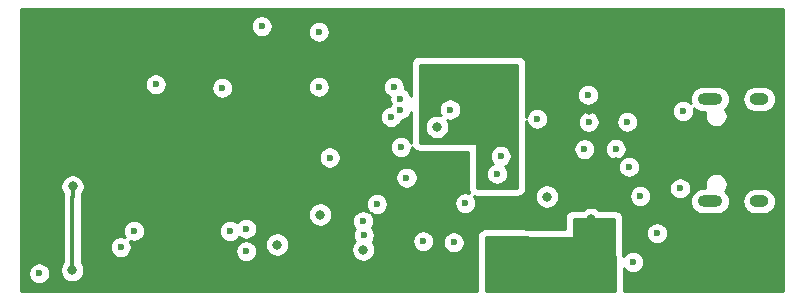
<source format=gbr>
%TF.GenerationSoftware,KiCad,Pcbnew,(5.1.6)-1*%
%TF.CreationDate,2020-08-19T15:06:30+08:00*%
%TF.ProjectId,sl_v2,736c5f76-322e-46b6-9963-61645f706362,rev?*%
%TF.SameCoordinates,Original*%
%TF.FileFunction,Copper,L3,Inr*%
%TF.FilePolarity,Positive*%
%FSLAX46Y46*%
G04 Gerber Fmt 4.6, Leading zero omitted, Abs format (unit mm)*
G04 Created by KiCad (PCBNEW (5.1.6)-1) date 2020-08-19 15:06:30*
%MOMM*%
%LPD*%
G01*
G04 APERTURE LIST*
%TA.AperFunction,ViaPad*%
%ADD10O,1.600000X1.000000*%
%TD*%
%TA.AperFunction,ViaPad*%
%ADD11O,2.100000X1.000000*%
%TD*%
%TA.AperFunction,ViaPad*%
%ADD12C,0.800000*%
%TD*%
%TA.AperFunction,ViaPad*%
%ADD13C,0.600000*%
%TD*%
%TA.AperFunction,Conductor*%
%ADD14C,0.350000*%
%TD*%
%TA.AperFunction,Conductor*%
%ADD15C,0.254000*%
%TD*%
G04 APERTURE END LIST*
D10*
%TO.N,GND*%
%TO.C,J1*%
X188883000Y-93724000D03*
X188883000Y-102364000D03*
D11*
X184703000Y-102364000D03*
X184703000Y-93724000D03*
%TD*%
D12*
%TO.N,/+3.3V_FTOUT*%
X141732000Y-92456000D03*
X140462000Y-87630000D03*
X155448000Y-100330000D03*
X153543000Y-99695000D03*
X162687000Y-99822000D03*
X176784000Y-99060000D03*
X174498000Y-94615000D03*
X180213000Y-103886000D03*
X169291000Y-103759000D03*
D13*
%TO.N,GND*%
X146735800Y-87553800D03*
X143408400Y-92770800D03*
X137769600Y-92481400D03*
X159004000Y-100380800D03*
X156489400Y-102616000D03*
X155321000Y-104063800D03*
X163982400Y-102539800D03*
X145415000Y-104698800D03*
X145440400Y-106603800D03*
X144043400Y-104902000D03*
X135940800Y-104876600D03*
X134797800Y-106273600D03*
X127914400Y-108483400D03*
X170078400Y-95402400D03*
X166979600Y-98552000D03*
X166979600Y-98552000D03*
X166674800Y-100050600D03*
X162687000Y-94615000D03*
X174371000Y-93370400D03*
X174421800Y-95656400D03*
X174066200Y-97967800D03*
X176707800Y-97942400D03*
X177850800Y-99466400D03*
X177698400Y-95656400D03*
X182422800Y-94742000D03*
X182170000Y-101294000D03*
X178790600Y-101930200D03*
X180213000Y-105079800D03*
X178181000Y-107518200D03*
X162991800Y-105867200D03*
X160426400Y-105765600D03*
D12*
X170891200Y-101981000D03*
%TO.N,/+3.3V_VCCIO*%
X160782000Y-92202000D03*
X166624000Y-95123000D03*
X165481000Y-99949000D03*
%TO.N,/+3.3V_ROM*%
X166141400Y-106070400D03*
X166116000Y-107772200D03*
X174625000Y-103886000D03*
X170230800Y-109143800D03*
%TO.N,Net-(C16-Pad1)*%
X151688800Y-103505000D03*
X155346400Y-106476800D03*
%TO.N,/+5V_OUT*%
X148056600Y-106045000D03*
D13*
%TO.N,/7.5M_CLK*%
X158521400Y-97790000D03*
%TO.N,/C3*%
X157696201Y-95240000D03*
%TO.N,/C2*%
X158470600Y-94615000D03*
%TO.N,/C1*%
X158496000Y-93726000D03*
%TO.N,/C0*%
X157937200Y-92684600D03*
D12*
%TO.N,/+3.3V_OUT*%
X130708400Y-108204000D03*
X130733800Y-101129000D03*
D13*
%TO.N,/5V_OUT_EN*%
X152500384Y-98677784D03*
X155397200Y-105232200D03*
%TO.N,/I2C_CONNECT*%
X151587200Y-92684600D03*
X151587200Y-88036400D03*
D12*
X161569400Y-96088200D03*
%TD*%
D14*
%TO.N,/+3.3V_OUT*%
X130708400Y-108204000D02*
X130708400Y-102006400D01*
X130708400Y-102006400D02*
X130733800Y-101981000D01*
X130733800Y-101981000D02*
X130733800Y-101129000D01*
%TD*%
D15*
%TO.N,/+3.3V_ROM*%
G36*
X176642069Y-110009000D02*
G01*
X165709600Y-110009000D01*
X165709600Y-105436192D01*
X173023491Y-105511593D01*
X173048291Y-105509409D01*
X173072189Y-105502427D01*
X173094265Y-105490918D01*
X173113672Y-105475324D01*
X173129664Y-105456242D01*
X173141625Y-105434408D01*
X173149098Y-105410659D01*
X173151800Y-105384600D01*
X173151800Y-103886000D01*
X176582039Y-103886000D01*
X176642069Y-110009000D01*
G37*
X176642069Y-110009000D02*
X165709600Y-110009000D01*
X165709600Y-105436192D01*
X173023491Y-105511593D01*
X173048291Y-105509409D01*
X173072189Y-105502427D01*
X173094265Y-105490918D01*
X173113672Y-105475324D01*
X173129664Y-105456242D01*
X173141625Y-105434408D01*
X173149098Y-105410659D01*
X173151800Y-105384600D01*
X173151800Y-103886000D01*
X176582039Y-103886000D01*
X176642069Y-110009000D01*
%TO.N,/+3.3V_VCCIO*%
G36*
X168402000Y-101219000D02*
G01*
X164973000Y-101219000D01*
X164973000Y-99958511D01*
X165739800Y-99958511D01*
X165739800Y-100142689D01*
X165775732Y-100323329D01*
X165846214Y-100493489D01*
X165948538Y-100646628D01*
X166078772Y-100776862D01*
X166231911Y-100879186D01*
X166402071Y-100949668D01*
X166582711Y-100985600D01*
X166766889Y-100985600D01*
X166947529Y-100949668D01*
X167117689Y-100879186D01*
X167270828Y-100776862D01*
X167401062Y-100646628D01*
X167503386Y-100493489D01*
X167573868Y-100323329D01*
X167609800Y-100142689D01*
X167609800Y-99958511D01*
X167573868Y-99777871D01*
X167503386Y-99607711D01*
X167401062Y-99454572D01*
X167355022Y-99408532D01*
X167422489Y-99380586D01*
X167575628Y-99278262D01*
X167705862Y-99148028D01*
X167808186Y-98994889D01*
X167878668Y-98824729D01*
X167914600Y-98644089D01*
X167914600Y-98459911D01*
X167878668Y-98279271D01*
X167808186Y-98109111D01*
X167705862Y-97955972D01*
X167575628Y-97825738D01*
X167422489Y-97723414D01*
X167252329Y-97652932D01*
X167071689Y-97617000D01*
X166887511Y-97617000D01*
X166706871Y-97652932D01*
X166536711Y-97723414D01*
X166383572Y-97825738D01*
X166253338Y-97955972D01*
X166151014Y-98109111D01*
X166080532Y-98279271D01*
X166044600Y-98459911D01*
X166044600Y-98644089D01*
X166080532Y-98824729D01*
X166151014Y-98994889D01*
X166253338Y-99148028D01*
X166299378Y-99194068D01*
X166231911Y-99222014D01*
X166078772Y-99324338D01*
X165948538Y-99454572D01*
X165846214Y-99607711D01*
X165775732Y-99777871D01*
X165739800Y-99958511D01*
X164973000Y-99958511D01*
X164973000Y-97536000D01*
X164970560Y-97511224D01*
X164963333Y-97487399D01*
X164951597Y-97465443D01*
X164935803Y-97446197D01*
X164916557Y-97430403D01*
X164894601Y-97418667D01*
X164870776Y-97411440D01*
X164846000Y-97409000D01*
X160147000Y-97409000D01*
X160147000Y-95986261D01*
X160534400Y-95986261D01*
X160534400Y-96190139D01*
X160574174Y-96390098D01*
X160652195Y-96578456D01*
X160765463Y-96747974D01*
X160909626Y-96892137D01*
X161079144Y-97005405D01*
X161267502Y-97083426D01*
X161467461Y-97123200D01*
X161671339Y-97123200D01*
X161871298Y-97083426D01*
X162059656Y-97005405D01*
X162229174Y-96892137D01*
X162373337Y-96747974D01*
X162486605Y-96578456D01*
X162564626Y-96390098D01*
X162604400Y-96190139D01*
X162604400Y-95986261D01*
X162564626Y-95786302D01*
X162486605Y-95597944D01*
X162433058Y-95517805D01*
X162594911Y-95550000D01*
X162779089Y-95550000D01*
X162959729Y-95514068D01*
X163129889Y-95443586D01*
X163283028Y-95341262D01*
X163413262Y-95211028D01*
X163515586Y-95057889D01*
X163586068Y-94887729D01*
X163622000Y-94707089D01*
X163622000Y-94522911D01*
X163586068Y-94342271D01*
X163515586Y-94172111D01*
X163413262Y-94018972D01*
X163283028Y-93888738D01*
X163129889Y-93786414D01*
X162959729Y-93715932D01*
X162779089Y-93680000D01*
X162594911Y-93680000D01*
X162414271Y-93715932D01*
X162244111Y-93786414D01*
X162090972Y-93888738D01*
X161960738Y-94018972D01*
X161858414Y-94172111D01*
X161787932Y-94342271D01*
X161752000Y-94522911D01*
X161752000Y-94707089D01*
X161787932Y-94887729D01*
X161858414Y-95057889D01*
X161885898Y-95099021D01*
X161871298Y-95092974D01*
X161671339Y-95053200D01*
X161467461Y-95053200D01*
X161267502Y-95092974D01*
X161079144Y-95170995D01*
X160909626Y-95284263D01*
X160765463Y-95428426D01*
X160652195Y-95597944D01*
X160574174Y-95786302D01*
X160534400Y-95986261D01*
X160147000Y-95986261D01*
X160147000Y-90805000D01*
X168402000Y-90805000D01*
X168402000Y-101219000D01*
G37*
X168402000Y-101219000D02*
X164973000Y-101219000D01*
X164973000Y-99958511D01*
X165739800Y-99958511D01*
X165739800Y-100142689D01*
X165775732Y-100323329D01*
X165846214Y-100493489D01*
X165948538Y-100646628D01*
X166078772Y-100776862D01*
X166231911Y-100879186D01*
X166402071Y-100949668D01*
X166582711Y-100985600D01*
X166766889Y-100985600D01*
X166947529Y-100949668D01*
X167117689Y-100879186D01*
X167270828Y-100776862D01*
X167401062Y-100646628D01*
X167503386Y-100493489D01*
X167573868Y-100323329D01*
X167609800Y-100142689D01*
X167609800Y-99958511D01*
X167573868Y-99777871D01*
X167503386Y-99607711D01*
X167401062Y-99454572D01*
X167355022Y-99408532D01*
X167422489Y-99380586D01*
X167575628Y-99278262D01*
X167705862Y-99148028D01*
X167808186Y-98994889D01*
X167878668Y-98824729D01*
X167914600Y-98644089D01*
X167914600Y-98459911D01*
X167878668Y-98279271D01*
X167808186Y-98109111D01*
X167705862Y-97955972D01*
X167575628Y-97825738D01*
X167422489Y-97723414D01*
X167252329Y-97652932D01*
X167071689Y-97617000D01*
X166887511Y-97617000D01*
X166706871Y-97652932D01*
X166536711Y-97723414D01*
X166383572Y-97825738D01*
X166253338Y-97955972D01*
X166151014Y-98109111D01*
X166080532Y-98279271D01*
X166044600Y-98459911D01*
X166044600Y-98644089D01*
X166080532Y-98824729D01*
X166151014Y-98994889D01*
X166253338Y-99148028D01*
X166299378Y-99194068D01*
X166231911Y-99222014D01*
X166078772Y-99324338D01*
X165948538Y-99454572D01*
X165846214Y-99607711D01*
X165775732Y-99777871D01*
X165739800Y-99958511D01*
X164973000Y-99958511D01*
X164973000Y-97536000D01*
X164970560Y-97511224D01*
X164963333Y-97487399D01*
X164951597Y-97465443D01*
X164935803Y-97446197D01*
X164916557Y-97430403D01*
X164894601Y-97418667D01*
X164870776Y-97411440D01*
X164846000Y-97409000D01*
X160147000Y-97409000D01*
X160147000Y-95986261D01*
X160534400Y-95986261D01*
X160534400Y-96190139D01*
X160574174Y-96390098D01*
X160652195Y-96578456D01*
X160765463Y-96747974D01*
X160909626Y-96892137D01*
X161079144Y-97005405D01*
X161267502Y-97083426D01*
X161467461Y-97123200D01*
X161671339Y-97123200D01*
X161871298Y-97083426D01*
X162059656Y-97005405D01*
X162229174Y-96892137D01*
X162373337Y-96747974D01*
X162486605Y-96578456D01*
X162564626Y-96390098D01*
X162604400Y-96190139D01*
X162604400Y-95986261D01*
X162564626Y-95786302D01*
X162486605Y-95597944D01*
X162433058Y-95517805D01*
X162594911Y-95550000D01*
X162779089Y-95550000D01*
X162959729Y-95514068D01*
X163129889Y-95443586D01*
X163283028Y-95341262D01*
X163413262Y-95211028D01*
X163515586Y-95057889D01*
X163586068Y-94887729D01*
X163622000Y-94707089D01*
X163622000Y-94522911D01*
X163586068Y-94342271D01*
X163515586Y-94172111D01*
X163413262Y-94018972D01*
X163283028Y-93888738D01*
X163129889Y-93786414D01*
X162959729Y-93715932D01*
X162779089Y-93680000D01*
X162594911Y-93680000D01*
X162414271Y-93715932D01*
X162244111Y-93786414D01*
X162090972Y-93888738D01*
X161960738Y-94018972D01*
X161858414Y-94172111D01*
X161787932Y-94342271D01*
X161752000Y-94522911D01*
X161752000Y-94707089D01*
X161787932Y-94887729D01*
X161858414Y-95057889D01*
X161885898Y-95099021D01*
X161871298Y-95092974D01*
X161671339Y-95053200D01*
X161467461Y-95053200D01*
X161267502Y-95092974D01*
X161079144Y-95170995D01*
X160909626Y-95284263D01*
X160765463Y-95428426D01*
X160652195Y-95597944D01*
X160574174Y-95786302D01*
X160534400Y-95986261D01*
X160147000Y-95986261D01*
X160147000Y-90805000D01*
X168402000Y-90805000D01*
X168402000Y-101219000D01*
%TO.N,/+3.3V_FTOUT*%
G36*
X190908000Y-110009000D02*
G01*
X177404105Y-110009000D01*
X177384498Y-108009106D01*
X177454738Y-108114228D01*
X177584972Y-108244462D01*
X177738111Y-108346786D01*
X177908271Y-108417268D01*
X178088911Y-108453200D01*
X178273089Y-108453200D01*
X178453729Y-108417268D01*
X178623889Y-108346786D01*
X178777028Y-108244462D01*
X178907262Y-108114228D01*
X179009586Y-107961089D01*
X179080068Y-107790929D01*
X179116000Y-107610289D01*
X179116000Y-107426111D01*
X179080068Y-107245471D01*
X179009586Y-107075311D01*
X178907262Y-106922172D01*
X178777028Y-106791938D01*
X178623889Y-106689614D01*
X178453729Y-106619132D01*
X178273089Y-106583200D01*
X178088911Y-106583200D01*
X177908271Y-106619132D01*
X177738111Y-106689614D01*
X177584972Y-106791938D01*
X177454738Y-106922172D01*
X177375011Y-107041492D01*
X177354877Y-104987711D01*
X179278000Y-104987711D01*
X179278000Y-105171889D01*
X179313932Y-105352529D01*
X179384414Y-105522689D01*
X179486738Y-105675828D01*
X179616972Y-105806062D01*
X179770111Y-105908386D01*
X179940271Y-105978868D01*
X180120911Y-106014800D01*
X180305089Y-106014800D01*
X180485729Y-105978868D01*
X180655889Y-105908386D01*
X180809028Y-105806062D01*
X180939262Y-105675828D01*
X181041586Y-105522689D01*
X181112068Y-105352529D01*
X181148000Y-105171889D01*
X181148000Y-104987711D01*
X181112068Y-104807071D01*
X181041586Y-104636911D01*
X180939262Y-104483772D01*
X180809028Y-104353538D01*
X180655889Y-104251214D01*
X180485729Y-104180732D01*
X180305089Y-104144800D01*
X180120911Y-104144800D01*
X179940271Y-104180732D01*
X179770111Y-104251214D01*
X179616972Y-104353538D01*
X179486738Y-104483772D01*
X179384414Y-104636911D01*
X179313932Y-104807071D01*
X179278000Y-104987711D01*
X177354877Y-104987711D01*
X177342769Y-103752775D01*
X177330599Y-103635118D01*
X177294464Y-103515996D01*
X177235783Y-103406213D01*
X177156813Y-103309987D01*
X177060587Y-103231017D01*
X176950804Y-103172336D01*
X176831682Y-103136201D01*
X176707800Y-103124000D01*
X175326711Y-103124000D01*
X175284774Y-103082063D01*
X175115256Y-102968795D01*
X174926898Y-102890774D01*
X174726939Y-102851000D01*
X174523061Y-102851000D01*
X174323102Y-102890774D01*
X174134744Y-102968795D01*
X173965226Y-103082063D01*
X173923289Y-103124000D01*
X173024800Y-103124000D01*
X172900918Y-103136201D01*
X172781796Y-103172336D01*
X172672013Y-103231017D01*
X172575787Y-103309987D01*
X172496817Y-103406213D01*
X172438136Y-103515996D01*
X172402001Y-103635118D01*
X172389800Y-103759000D01*
X172389800Y-104743020D01*
X165639946Y-104673434D01*
X165509518Y-104685601D01*
X165390396Y-104721736D01*
X165280613Y-104780417D01*
X165184387Y-104859387D01*
X165133587Y-104910187D01*
X165054617Y-105006413D01*
X164995936Y-105116196D01*
X164959801Y-105235318D01*
X164947600Y-105359200D01*
X164947600Y-110009000D01*
X126338000Y-110009000D01*
X126338000Y-108391311D01*
X126979400Y-108391311D01*
X126979400Y-108575489D01*
X127015332Y-108756129D01*
X127085814Y-108926289D01*
X127188138Y-109079428D01*
X127318372Y-109209662D01*
X127471511Y-109311986D01*
X127641671Y-109382468D01*
X127822311Y-109418400D01*
X128006489Y-109418400D01*
X128187129Y-109382468D01*
X128357289Y-109311986D01*
X128510428Y-109209662D01*
X128640662Y-109079428D01*
X128742986Y-108926289D01*
X128813468Y-108756129D01*
X128849400Y-108575489D01*
X128849400Y-108391311D01*
X128813468Y-108210671D01*
X128768481Y-108102061D01*
X129673400Y-108102061D01*
X129673400Y-108305939D01*
X129713174Y-108505898D01*
X129791195Y-108694256D01*
X129904463Y-108863774D01*
X130048626Y-109007937D01*
X130218144Y-109121205D01*
X130406502Y-109199226D01*
X130606461Y-109239000D01*
X130810339Y-109239000D01*
X131010298Y-109199226D01*
X131198656Y-109121205D01*
X131368174Y-109007937D01*
X131512337Y-108863774D01*
X131625605Y-108694256D01*
X131703626Y-108505898D01*
X131743400Y-108305939D01*
X131743400Y-108102061D01*
X131703626Y-107902102D01*
X131625605Y-107713744D01*
X131518400Y-107553300D01*
X131518400Y-106181511D01*
X133862800Y-106181511D01*
X133862800Y-106365689D01*
X133898732Y-106546329D01*
X133969214Y-106716489D01*
X134071538Y-106869628D01*
X134201772Y-106999862D01*
X134354911Y-107102186D01*
X134525071Y-107172668D01*
X134705711Y-107208600D01*
X134889889Y-107208600D01*
X135070529Y-107172668D01*
X135240689Y-107102186D01*
X135393828Y-106999862D01*
X135524062Y-106869628D01*
X135626386Y-106716489D01*
X135696868Y-106546329D01*
X135703754Y-106511711D01*
X144505400Y-106511711D01*
X144505400Y-106695889D01*
X144541332Y-106876529D01*
X144611814Y-107046689D01*
X144714138Y-107199828D01*
X144844372Y-107330062D01*
X144997511Y-107432386D01*
X145167671Y-107502868D01*
X145348311Y-107538800D01*
X145532489Y-107538800D01*
X145713129Y-107502868D01*
X145883289Y-107432386D01*
X146036428Y-107330062D01*
X146166662Y-107199828D01*
X146268986Y-107046689D01*
X146339468Y-106876529D01*
X146375400Y-106695889D01*
X146375400Y-106511711D01*
X146339468Y-106331071D01*
X146268986Y-106160911D01*
X146166662Y-106007772D01*
X146101951Y-105943061D01*
X147021600Y-105943061D01*
X147021600Y-106146939D01*
X147061374Y-106346898D01*
X147139395Y-106535256D01*
X147252663Y-106704774D01*
X147396826Y-106848937D01*
X147566344Y-106962205D01*
X147754702Y-107040226D01*
X147954661Y-107080000D01*
X148158539Y-107080000D01*
X148358498Y-107040226D01*
X148546856Y-106962205D01*
X148716374Y-106848937D01*
X148860537Y-106704774D01*
X148973805Y-106535256D01*
X149040243Y-106374861D01*
X154311400Y-106374861D01*
X154311400Y-106578739D01*
X154351174Y-106778698D01*
X154429195Y-106967056D01*
X154542463Y-107136574D01*
X154686626Y-107280737D01*
X154856144Y-107394005D01*
X155044502Y-107472026D01*
X155244461Y-107511800D01*
X155448339Y-107511800D01*
X155648298Y-107472026D01*
X155836656Y-107394005D01*
X156006174Y-107280737D01*
X156150337Y-107136574D01*
X156263605Y-106967056D01*
X156341626Y-106778698D01*
X156381400Y-106578739D01*
X156381400Y-106374861D01*
X156341626Y-106174902D01*
X156263605Y-105986544D01*
X156150337Y-105817026D01*
X156138713Y-105805402D01*
X156225786Y-105675089D01*
X156226439Y-105673511D01*
X159491400Y-105673511D01*
X159491400Y-105857689D01*
X159527332Y-106038329D01*
X159597814Y-106208489D01*
X159700138Y-106361628D01*
X159830372Y-106491862D01*
X159983511Y-106594186D01*
X160153671Y-106664668D01*
X160334311Y-106700600D01*
X160518489Y-106700600D01*
X160699129Y-106664668D01*
X160869289Y-106594186D01*
X161022428Y-106491862D01*
X161152662Y-106361628D01*
X161254986Y-106208489D01*
X161325468Y-106038329D01*
X161361400Y-105857689D01*
X161361400Y-105775111D01*
X162056800Y-105775111D01*
X162056800Y-105959289D01*
X162092732Y-106139929D01*
X162163214Y-106310089D01*
X162265538Y-106463228D01*
X162395772Y-106593462D01*
X162548911Y-106695786D01*
X162719071Y-106766268D01*
X162899711Y-106802200D01*
X163083889Y-106802200D01*
X163264529Y-106766268D01*
X163434689Y-106695786D01*
X163587828Y-106593462D01*
X163718062Y-106463228D01*
X163820386Y-106310089D01*
X163890868Y-106139929D01*
X163926800Y-105959289D01*
X163926800Y-105775111D01*
X163890868Y-105594471D01*
X163820386Y-105424311D01*
X163718062Y-105271172D01*
X163587828Y-105140938D01*
X163434689Y-105038614D01*
X163264529Y-104968132D01*
X163083889Y-104932200D01*
X162899711Y-104932200D01*
X162719071Y-104968132D01*
X162548911Y-105038614D01*
X162395772Y-105140938D01*
X162265538Y-105271172D01*
X162163214Y-105424311D01*
X162092732Y-105594471D01*
X162056800Y-105775111D01*
X161361400Y-105775111D01*
X161361400Y-105673511D01*
X161325468Y-105492871D01*
X161254986Y-105322711D01*
X161152662Y-105169572D01*
X161022428Y-105039338D01*
X160869289Y-104937014D01*
X160699129Y-104866532D01*
X160518489Y-104830600D01*
X160334311Y-104830600D01*
X160153671Y-104866532D01*
X159983511Y-104937014D01*
X159830372Y-105039338D01*
X159700138Y-105169572D01*
X159597814Y-105322711D01*
X159527332Y-105492871D01*
X159491400Y-105673511D01*
X156226439Y-105673511D01*
X156296268Y-105504929D01*
X156332200Y-105324289D01*
X156332200Y-105140111D01*
X156296268Y-104959471D01*
X156225786Y-104789311D01*
X156123462Y-104636172D01*
X156087259Y-104599969D01*
X156149586Y-104506689D01*
X156220068Y-104336529D01*
X156256000Y-104155889D01*
X156256000Y-103971711D01*
X156220068Y-103791071D01*
X156149586Y-103620911D01*
X156047262Y-103467772D01*
X155978900Y-103399410D01*
X156046511Y-103444586D01*
X156216671Y-103515068D01*
X156397311Y-103551000D01*
X156581489Y-103551000D01*
X156762129Y-103515068D01*
X156932289Y-103444586D01*
X157085428Y-103342262D01*
X157215662Y-103212028D01*
X157317986Y-103058889D01*
X157388468Y-102888729D01*
X157424400Y-102708089D01*
X157424400Y-102523911D01*
X157388468Y-102343271D01*
X157317986Y-102173111D01*
X157215662Y-102019972D01*
X157085428Y-101889738D01*
X156932289Y-101787414D01*
X156762129Y-101716932D01*
X156581489Y-101681000D01*
X156397311Y-101681000D01*
X156216671Y-101716932D01*
X156046511Y-101787414D01*
X155893372Y-101889738D01*
X155763138Y-102019972D01*
X155660814Y-102173111D01*
X155590332Y-102343271D01*
X155554400Y-102523911D01*
X155554400Y-102708089D01*
X155590332Y-102888729D01*
X155660814Y-103058889D01*
X155763138Y-103212028D01*
X155831500Y-103280390D01*
X155763889Y-103235214D01*
X155593729Y-103164732D01*
X155413089Y-103128800D01*
X155228911Y-103128800D01*
X155048271Y-103164732D01*
X154878111Y-103235214D01*
X154724972Y-103337538D01*
X154594738Y-103467772D01*
X154492414Y-103620911D01*
X154421932Y-103791071D01*
X154386000Y-103971711D01*
X154386000Y-104155889D01*
X154421932Y-104336529D01*
X154492414Y-104506689D01*
X154594738Y-104659828D01*
X154630941Y-104696031D01*
X154568614Y-104789311D01*
X154498132Y-104959471D01*
X154462200Y-105140111D01*
X154462200Y-105324289D01*
X154498132Y-105504929D01*
X154568614Y-105675089D01*
X154614991Y-105744498D01*
X154542463Y-105817026D01*
X154429195Y-105986544D01*
X154351174Y-106174902D01*
X154311400Y-106374861D01*
X149040243Y-106374861D01*
X149051826Y-106346898D01*
X149091600Y-106146939D01*
X149091600Y-105943061D01*
X149051826Y-105743102D01*
X148973805Y-105554744D01*
X148860537Y-105385226D01*
X148716374Y-105241063D01*
X148546856Y-105127795D01*
X148358498Y-105049774D01*
X148158539Y-105010000D01*
X147954661Y-105010000D01*
X147754702Y-105049774D01*
X147566344Y-105127795D01*
X147396826Y-105241063D01*
X147252663Y-105385226D01*
X147139395Y-105554744D01*
X147061374Y-105743102D01*
X147021600Y-105943061D01*
X146101951Y-105943061D01*
X146036428Y-105877538D01*
X145883289Y-105775214D01*
X145713129Y-105704732D01*
X145532489Y-105668800D01*
X145348311Y-105668800D01*
X145167671Y-105704732D01*
X144997511Y-105775214D01*
X144844372Y-105877538D01*
X144714138Y-106007772D01*
X144611814Y-106160911D01*
X144541332Y-106331071D01*
X144505400Y-106511711D01*
X135703754Y-106511711D01*
X135732800Y-106365689D01*
X135732800Y-106181511D01*
X135696868Y-106000871D01*
X135626386Y-105830711D01*
X135559581Y-105730730D01*
X135668071Y-105775668D01*
X135848711Y-105811600D01*
X136032889Y-105811600D01*
X136213529Y-105775668D01*
X136383689Y-105705186D01*
X136536828Y-105602862D01*
X136667062Y-105472628D01*
X136769386Y-105319489D01*
X136839868Y-105149329D01*
X136875800Y-104968689D01*
X136875800Y-104809911D01*
X143108400Y-104809911D01*
X143108400Y-104994089D01*
X143144332Y-105174729D01*
X143214814Y-105344889D01*
X143317138Y-105498028D01*
X143447372Y-105628262D01*
X143600511Y-105730586D01*
X143770671Y-105801068D01*
X143951311Y-105837000D01*
X144135489Y-105837000D01*
X144316129Y-105801068D01*
X144486289Y-105730586D01*
X144639428Y-105628262D01*
X144769662Y-105498028D01*
X144818639Y-105424729D01*
X144818972Y-105425062D01*
X144972111Y-105527386D01*
X145142271Y-105597868D01*
X145322911Y-105633800D01*
X145507089Y-105633800D01*
X145687729Y-105597868D01*
X145857889Y-105527386D01*
X146011028Y-105425062D01*
X146141262Y-105294828D01*
X146243586Y-105141689D01*
X146314068Y-104971529D01*
X146350000Y-104790889D01*
X146350000Y-104606711D01*
X146314068Y-104426071D01*
X146243586Y-104255911D01*
X146141262Y-104102772D01*
X146011028Y-103972538D01*
X145857889Y-103870214D01*
X145687729Y-103799732D01*
X145507089Y-103763800D01*
X145322911Y-103763800D01*
X145142271Y-103799732D01*
X144972111Y-103870214D01*
X144818972Y-103972538D01*
X144688738Y-104102772D01*
X144639761Y-104176071D01*
X144639428Y-104175738D01*
X144486289Y-104073414D01*
X144316129Y-104002932D01*
X144135489Y-103967000D01*
X143951311Y-103967000D01*
X143770671Y-104002932D01*
X143600511Y-104073414D01*
X143447372Y-104175738D01*
X143317138Y-104305972D01*
X143214814Y-104459111D01*
X143144332Y-104629271D01*
X143108400Y-104809911D01*
X136875800Y-104809911D01*
X136875800Y-104784511D01*
X136839868Y-104603871D01*
X136769386Y-104433711D01*
X136667062Y-104280572D01*
X136536828Y-104150338D01*
X136383689Y-104048014D01*
X136213529Y-103977532D01*
X136032889Y-103941600D01*
X135848711Y-103941600D01*
X135668071Y-103977532D01*
X135497911Y-104048014D01*
X135344772Y-104150338D01*
X135214538Y-104280572D01*
X135112214Y-104433711D01*
X135041732Y-104603871D01*
X135005800Y-104784511D01*
X135005800Y-104968689D01*
X135041732Y-105149329D01*
X135112214Y-105319489D01*
X135179019Y-105419470D01*
X135070529Y-105374532D01*
X134889889Y-105338600D01*
X134705711Y-105338600D01*
X134525071Y-105374532D01*
X134354911Y-105445014D01*
X134201772Y-105547338D01*
X134071538Y-105677572D01*
X133969214Y-105830711D01*
X133898732Y-106000871D01*
X133862800Y-106181511D01*
X131518400Y-106181511D01*
X131518400Y-103403061D01*
X150653800Y-103403061D01*
X150653800Y-103606939D01*
X150693574Y-103806898D01*
X150771595Y-103995256D01*
X150884863Y-104164774D01*
X151029026Y-104308937D01*
X151198544Y-104422205D01*
X151386902Y-104500226D01*
X151586861Y-104540000D01*
X151790739Y-104540000D01*
X151990698Y-104500226D01*
X152179056Y-104422205D01*
X152348574Y-104308937D01*
X152492737Y-104164774D01*
X152606005Y-103995256D01*
X152684026Y-103806898D01*
X152723800Y-103606939D01*
X152723800Y-103403061D01*
X152684026Y-103203102D01*
X152606005Y-103014744D01*
X152492737Y-102845226D01*
X152348574Y-102701063D01*
X152179056Y-102587795D01*
X151990698Y-102509774D01*
X151790739Y-102470000D01*
X151586861Y-102470000D01*
X151386902Y-102509774D01*
X151198544Y-102587795D01*
X151029026Y-102701063D01*
X150884863Y-102845226D01*
X150771595Y-103014744D01*
X150693574Y-103203102D01*
X150653800Y-103403061D01*
X131518400Y-103403061D01*
X131518400Y-102184884D01*
X131532080Y-102139788D01*
X131543800Y-102020791D01*
X131543800Y-102020789D01*
X131547719Y-101981001D01*
X131543800Y-101941213D01*
X131543800Y-101779700D01*
X131651005Y-101619256D01*
X131729026Y-101430898D01*
X131768800Y-101230939D01*
X131768800Y-101027061D01*
X131729026Y-100827102D01*
X131651005Y-100638744D01*
X131537737Y-100469226D01*
X131393574Y-100325063D01*
X131339170Y-100288711D01*
X158069000Y-100288711D01*
X158069000Y-100472889D01*
X158104932Y-100653529D01*
X158175414Y-100823689D01*
X158277738Y-100976828D01*
X158407972Y-101107062D01*
X158561111Y-101209386D01*
X158731271Y-101279868D01*
X158911911Y-101315800D01*
X159096089Y-101315800D01*
X159276729Y-101279868D01*
X159446889Y-101209386D01*
X159600028Y-101107062D01*
X159730262Y-100976828D01*
X159832586Y-100823689D01*
X159903068Y-100653529D01*
X159939000Y-100472889D01*
X159939000Y-100288711D01*
X159903068Y-100108071D01*
X159832586Y-99937911D01*
X159730262Y-99784772D01*
X159600028Y-99654538D01*
X159446889Y-99552214D01*
X159276729Y-99481732D01*
X159096089Y-99445800D01*
X158911911Y-99445800D01*
X158731271Y-99481732D01*
X158561111Y-99552214D01*
X158407972Y-99654538D01*
X158277738Y-99784772D01*
X158175414Y-99937911D01*
X158104932Y-100108071D01*
X158069000Y-100288711D01*
X131339170Y-100288711D01*
X131224056Y-100211795D01*
X131035698Y-100133774D01*
X130835739Y-100094000D01*
X130631861Y-100094000D01*
X130431902Y-100133774D01*
X130243544Y-100211795D01*
X130074026Y-100325063D01*
X129929863Y-100469226D01*
X129816595Y-100638744D01*
X129738574Y-100827102D01*
X129698800Y-101027061D01*
X129698800Y-101230939D01*
X129738574Y-101430898D01*
X129816595Y-101619256D01*
X129923800Y-101779700D01*
X129923800Y-101802519D01*
X129920458Y-101813538D01*
X129910121Y-101847613D01*
X129894481Y-102006400D01*
X129898401Y-102046198D01*
X129898400Y-107553300D01*
X129791195Y-107713744D01*
X129713174Y-107902102D01*
X129673400Y-108102061D01*
X128768481Y-108102061D01*
X128742986Y-108040511D01*
X128640662Y-107887372D01*
X128510428Y-107757138D01*
X128357289Y-107654814D01*
X128187129Y-107584332D01*
X128006489Y-107548400D01*
X127822311Y-107548400D01*
X127641671Y-107584332D01*
X127471511Y-107654814D01*
X127318372Y-107757138D01*
X127188138Y-107887372D01*
X127085814Y-108040511D01*
X127015332Y-108210671D01*
X126979400Y-108391311D01*
X126338000Y-108391311D01*
X126338000Y-98585695D01*
X151565384Y-98585695D01*
X151565384Y-98769873D01*
X151601316Y-98950513D01*
X151671798Y-99120673D01*
X151774122Y-99273812D01*
X151904356Y-99404046D01*
X152057495Y-99506370D01*
X152227655Y-99576852D01*
X152408295Y-99612784D01*
X152592473Y-99612784D01*
X152773113Y-99576852D01*
X152943273Y-99506370D01*
X153096412Y-99404046D01*
X153226646Y-99273812D01*
X153328970Y-99120673D01*
X153399452Y-98950513D01*
X153435384Y-98769873D01*
X153435384Y-98585695D01*
X153399452Y-98405055D01*
X153328970Y-98234895D01*
X153226646Y-98081756D01*
X153096412Y-97951522D01*
X152943273Y-97849198D01*
X152773113Y-97778716D01*
X152592473Y-97742784D01*
X152408295Y-97742784D01*
X152227655Y-97778716D01*
X152057495Y-97849198D01*
X151904356Y-97951522D01*
X151774122Y-98081756D01*
X151671798Y-98234895D01*
X151601316Y-98405055D01*
X151565384Y-98585695D01*
X126338000Y-98585695D01*
X126338000Y-95147911D01*
X156761201Y-95147911D01*
X156761201Y-95332089D01*
X156797133Y-95512729D01*
X156867615Y-95682889D01*
X156969939Y-95836028D01*
X157100173Y-95966262D01*
X157253312Y-96068586D01*
X157423472Y-96139068D01*
X157604112Y-96175000D01*
X157788290Y-96175000D01*
X157968930Y-96139068D01*
X158139090Y-96068586D01*
X158292229Y-95966262D01*
X158422463Y-95836028D01*
X158524787Y-95682889D01*
X158581370Y-95546284D01*
X158743329Y-95514068D01*
X158913489Y-95443586D01*
X159066628Y-95341262D01*
X159196862Y-95211028D01*
X159299186Y-95057889D01*
X159369668Y-94887729D01*
X159385000Y-94810651D01*
X159385000Y-97431643D01*
X159349986Y-97347111D01*
X159247662Y-97193972D01*
X159117428Y-97063738D01*
X158964289Y-96961414D01*
X158794129Y-96890932D01*
X158613489Y-96855000D01*
X158429311Y-96855000D01*
X158248671Y-96890932D01*
X158078511Y-96961414D01*
X157925372Y-97063738D01*
X157795138Y-97193972D01*
X157692814Y-97347111D01*
X157622332Y-97517271D01*
X157586400Y-97697911D01*
X157586400Y-97882089D01*
X157622332Y-98062729D01*
X157692814Y-98232889D01*
X157795138Y-98386028D01*
X157925372Y-98516262D01*
X158078511Y-98618586D01*
X158248671Y-98689068D01*
X158429311Y-98725000D01*
X158613489Y-98725000D01*
X158794129Y-98689068D01*
X158964289Y-98618586D01*
X159117428Y-98516262D01*
X159247662Y-98386028D01*
X159349986Y-98232889D01*
X159420468Y-98062729D01*
X159456400Y-97882089D01*
X159456400Y-97822153D01*
X159492017Y-97888787D01*
X159570987Y-97985013D01*
X159667213Y-98063983D01*
X159776996Y-98122664D01*
X159896118Y-98158799D01*
X160020000Y-98171000D01*
X164211000Y-98171000D01*
X164211000Y-101346000D01*
X164223201Y-101469882D01*
X164259336Y-101589004D01*
X164296044Y-101657680D01*
X164255129Y-101640732D01*
X164074489Y-101604800D01*
X163890311Y-101604800D01*
X163709671Y-101640732D01*
X163539511Y-101711214D01*
X163386372Y-101813538D01*
X163256138Y-101943772D01*
X163153814Y-102096911D01*
X163083332Y-102267071D01*
X163047400Y-102447711D01*
X163047400Y-102631889D01*
X163083332Y-102812529D01*
X163153814Y-102982689D01*
X163256138Y-103135828D01*
X163386372Y-103266062D01*
X163539511Y-103368386D01*
X163709671Y-103438868D01*
X163890311Y-103474800D01*
X164074489Y-103474800D01*
X164255129Y-103438868D01*
X164425289Y-103368386D01*
X164578428Y-103266062D01*
X164708662Y-103135828D01*
X164810986Y-102982689D01*
X164881468Y-102812529D01*
X164917400Y-102631889D01*
X164917400Y-102447711D01*
X164881468Y-102267071D01*
X164810986Y-102096911D01*
X164725615Y-101969143D01*
X164846000Y-101981000D01*
X168529000Y-101981000D01*
X168652882Y-101968799D01*
X168772004Y-101932664D01*
X168872286Y-101879061D01*
X169856200Y-101879061D01*
X169856200Y-102082939D01*
X169895974Y-102282898D01*
X169973995Y-102471256D01*
X170087263Y-102640774D01*
X170231426Y-102784937D01*
X170400944Y-102898205D01*
X170589302Y-102976226D01*
X170789261Y-103016000D01*
X170993139Y-103016000D01*
X171193098Y-102976226D01*
X171381456Y-102898205D01*
X171550974Y-102784937D01*
X171695137Y-102640774D01*
X171808405Y-102471256D01*
X171886426Y-102282898D01*
X171926200Y-102082939D01*
X171926200Y-101879061D01*
X171918055Y-101838111D01*
X177855600Y-101838111D01*
X177855600Y-102022289D01*
X177891532Y-102202929D01*
X177962014Y-102373089D01*
X178064338Y-102526228D01*
X178194572Y-102656462D01*
X178347711Y-102758786D01*
X178517871Y-102829268D01*
X178698511Y-102865200D01*
X178882689Y-102865200D01*
X179063329Y-102829268D01*
X179233489Y-102758786D01*
X179386628Y-102656462D01*
X179516862Y-102526228D01*
X179619186Y-102373089D01*
X179622950Y-102364000D01*
X183012509Y-102364000D01*
X183034423Y-102586499D01*
X183099324Y-102800447D01*
X183204716Y-102997623D01*
X183346551Y-103170449D01*
X183519377Y-103312284D01*
X183716553Y-103417676D01*
X183930501Y-103482577D01*
X184097248Y-103499000D01*
X185308752Y-103499000D01*
X185475499Y-103482577D01*
X185689447Y-103417676D01*
X185886623Y-103312284D01*
X186059449Y-103170449D01*
X186201284Y-102997623D01*
X186306676Y-102800447D01*
X186371577Y-102586499D01*
X186393491Y-102364000D01*
X187442509Y-102364000D01*
X187464423Y-102586499D01*
X187529324Y-102800447D01*
X187634716Y-102997623D01*
X187776551Y-103170449D01*
X187949377Y-103312284D01*
X188146553Y-103417676D01*
X188360501Y-103482577D01*
X188527248Y-103499000D01*
X189238752Y-103499000D01*
X189405499Y-103482577D01*
X189619447Y-103417676D01*
X189816623Y-103312284D01*
X189989449Y-103170449D01*
X190131284Y-102997623D01*
X190236676Y-102800447D01*
X190301577Y-102586499D01*
X190323491Y-102364000D01*
X190301577Y-102141501D01*
X190236676Y-101927553D01*
X190131284Y-101730377D01*
X189989449Y-101557551D01*
X189816623Y-101415716D01*
X189619447Y-101310324D01*
X189405499Y-101245423D01*
X189238752Y-101229000D01*
X188527248Y-101229000D01*
X188360501Y-101245423D01*
X188146553Y-101310324D01*
X187949377Y-101415716D01*
X187776551Y-101557551D01*
X187634716Y-101730377D01*
X187529324Y-101927553D01*
X187464423Y-102141501D01*
X187442509Y-102364000D01*
X186393491Y-102364000D01*
X186371577Y-102141501D01*
X186306676Y-101927553D01*
X186201284Y-101730377D01*
X186059449Y-101557551D01*
X186002285Y-101510638D01*
X186083741Y-101388731D01*
X186156108Y-101214022D01*
X186193000Y-101028552D01*
X186193000Y-100839448D01*
X186156108Y-100653978D01*
X186083741Y-100479269D01*
X185978681Y-100322036D01*
X185844964Y-100188319D01*
X185687731Y-100083259D01*
X185513022Y-100010892D01*
X185327552Y-99974000D01*
X185138448Y-99974000D01*
X184952978Y-100010892D01*
X184778269Y-100083259D01*
X184621036Y-100188319D01*
X184487319Y-100322036D01*
X184382259Y-100479269D01*
X184309892Y-100653978D01*
X184273000Y-100839448D01*
X184273000Y-101028552D01*
X184309892Y-101214022D01*
X184316096Y-101229000D01*
X184097248Y-101229000D01*
X183930501Y-101245423D01*
X183716553Y-101310324D01*
X183519377Y-101415716D01*
X183346551Y-101557551D01*
X183204716Y-101730377D01*
X183099324Y-101927553D01*
X183034423Y-102141501D01*
X183012509Y-102364000D01*
X179622950Y-102364000D01*
X179689668Y-102202929D01*
X179725600Y-102022289D01*
X179725600Y-101838111D01*
X179689668Y-101657471D01*
X179619186Y-101487311D01*
X179516862Y-101334172D01*
X179386628Y-101203938D01*
X179383595Y-101201911D01*
X181235000Y-101201911D01*
X181235000Y-101386089D01*
X181270932Y-101566729D01*
X181341414Y-101736889D01*
X181443738Y-101890028D01*
X181573972Y-102020262D01*
X181727111Y-102122586D01*
X181897271Y-102193068D01*
X182077911Y-102229000D01*
X182262089Y-102229000D01*
X182442729Y-102193068D01*
X182612889Y-102122586D01*
X182766028Y-102020262D01*
X182896262Y-101890028D01*
X182998586Y-101736889D01*
X183069068Y-101566729D01*
X183105000Y-101386089D01*
X183105000Y-101201911D01*
X183069068Y-101021271D01*
X182998586Y-100851111D01*
X182896262Y-100697972D01*
X182766028Y-100567738D01*
X182612889Y-100465414D01*
X182442729Y-100394932D01*
X182262089Y-100359000D01*
X182077911Y-100359000D01*
X181897271Y-100394932D01*
X181727111Y-100465414D01*
X181573972Y-100567738D01*
X181443738Y-100697972D01*
X181341414Y-100851111D01*
X181270932Y-101021271D01*
X181235000Y-101201911D01*
X179383595Y-101201911D01*
X179233489Y-101101614D01*
X179063329Y-101031132D01*
X178882689Y-100995200D01*
X178698511Y-100995200D01*
X178517871Y-101031132D01*
X178347711Y-101101614D01*
X178194572Y-101203938D01*
X178064338Y-101334172D01*
X177962014Y-101487311D01*
X177891532Y-101657471D01*
X177855600Y-101838111D01*
X171918055Y-101838111D01*
X171886426Y-101679102D01*
X171808405Y-101490744D01*
X171695137Y-101321226D01*
X171550974Y-101177063D01*
X171381456Y-101063795D01*
X171193098Y-100985774D01*
X170993139Y-100946000D01*
X170789261Y-100946000D01*
X170589302Y-100985774D01*
X170400944Y-101063795D01*
X170231426Y-101177063D01*
X170087263Y-101321226D01*
X169973995Y-101490744D01*
X169895974Y-101679102D01*
X169856200Y-101879061D01*
X168872286Y-101879061D01*
X168881787Y-101873983D01*
X168978013Y-101795013D01*
X169056983Y-101698787D01*
X169115664Y-101589004D01*
X169151799Y-101469882D01*
X169164000Y-101346000D01*
X169164000Y-99374311D01*
X176915800Y-99374311D01*
X176915800Y-99558489D01*
X176951732Y-99739129D01*
X177022214Y-99909289D01*
X177124538Y-100062428D01*
X177254772Y-100192662D01*
X177407911Y-100294986D01*
X177578071Y-100365468D01*
X177758711Y-100401400D01*
X177942889Y-100401400D01*
X178123529Y-100365468D01*
X178293689Y-100294986D01*
X178446828Y-100192662D01*
X178577062Y-100062428D01*
X178679386Y-99909289D01*
X178749868Y-99739129D01*
X178785800Y-99558489D01*
X178785800Y-99374311D01*
X178749868Y-99193671D01*
X178679386Y-99023511D01*
X178577062Y-98870372D01*
X178446828Y-98740138D01*
X178293689Y-98637814D01*
X178123529Y-98567332D01*
X177942889Y-98531400D01*
X177758711Y-98531400D01*
X177578071Y-98567332D01*
X177407911Y-98637814D01*
X177254772Y-98740138D01*
X177124538Y-98870372D01*
X177022214Y-99023511D01*
X176951732Y-99193671D01*
X176915800Y-99374311D01*
X169164000Y-99374311D01*
X169164000Y-97875711D01*
X173131200Y-97875711D01*
X173131200Y-98059889D01*
X173167132Y-98240529D01*
X173237614Y-98410689D01*
X173339938Y-98563828D01*
X173470172Y-98694062D01*
X173623311Y-98796386D01*
X173793471Y-98866868D01*
X173974111Y-98902800D01*
X174158289Y-98902800D01*
X174338929Y-98866868D01*
X174509089Y-98796386D01*
X174662228Y-98694062D01*
X174792462Y-98563828D01*
X174894786Y-98410689D01*
X174965268Y-98240529D01*
X175001200Y-98059889D01*
X175001200Y-97875711D01*
X174996148Y-97850311D01*
X175772800Y-97850311D01*
X175772800Y-98034489D01*
X175808732Y-98215129D01*
X175879214Y-98385289D01*
X175981538Y-98538428D01*
X176111772Y-98668662D01*
X176264911Y-98770986D01*
X176435071Y-98841468D01*
X176615711Y-98877400D01*
X176799889Y-98877400D01*
X176980529Y-98841468D01*
X177150689Y-98770986D01*
X177303828Y-98668662D01*
X177434062Y-98538428D01*
X177536386Y-98385289D01*
X177606868Y-98215129D01*
X177642800Y-98034489D01*
X177642800Y-97850311D01*
X177606868Y-97669671D01*
X177536386Y-97499511D01*
X177434062Y-97346372D01*
X177303828Y-97216138D01*
X177150689Y-97113814D01*
X176980529Y-97043332D01*
X176799889Y-97007400D01*
X176615711Y-97007400D01*
X176435071Y-97043332D01*
X176264911Y-97113814D01*
X176111772Y-97216138D01*
X175981538Y-97346372D01*
X175879214Y-97499511D01*
X175808732Y-97669671D01*
X175772800Y-97850311D01*
X174996148Y-97850311D01*
X174965268Y-97695071D01*
X174894786Y-97524911D01*
X174792462Y-97371772D01*
X174662228Y-97241538D01*
X174509089Y-97139214D01*
X174338929Y-97068732D01*
X174158289Y-97032800D01*
X173974111Y-97032800D01*
X173793471Y-97068732D01*
X173623311Y-97139214D01*
X173470172Y-97241538D01*
X173339938Y-97371772D01*
X173237614Y-97524911D01*
X173167132Y-97695071D01*
X173131200Y-97875711D01*
X169164000Y-97875711D01*
X169164000Y-95598051D01*
X169179332Y-95675129D01*
X169249814Y-95845289D01*
X169352138Y-95998428D01*
X169482372Y-96128662D01*
X169635511Y-96230986D01*
X169805671Y-96301468D01*
X169986311Y-96337400D01*
X170170489Y-96337400D01*
X170351129Y-96301468D01*
X170521289Y-96230986D01*
X170674428Y-96128662D01*
X170804662Y-95998428D01*
X170906986Y-95845289D01*
X170977468Y-95675129D01*
X170999511Y-95564311D01*
X173486800Y-95564311D01*
X173486800Y-95748489D01*
X173522732Y-95929129D01*
X173593214Y-96099289D01*
X173695538Y-96252428D01*
X173825772Y-96382662D01*
X173978911Y-96484986D01*
X174149071Y-96555468D01*
X174329711Y-96591400D01*
X174513889Y-96591400D01*
X174694529Y-96555468D01*
X174864689Y-96484986D01*
X175017828Y-96382662D01*
X175148062Y-96252428D01*
X175250386Y-96099289D01*
X175320868Y-95929129D01*
X175356800Y-95748489D01*
X175356800Y-95564311D01*
X176763400Y-95564311D01*
X176763400Y-95748489D01*
X176799332Y-95929129D01*
X176869814Y-96099289D01*
X176972138Y-96252428D01*
X177102372Y-96382662D01*
X177255511Y-96484986D01*
X177425671Y-96555468D01*
X177606311Y-96591400D01*
X177790489Y-96591400D01*
X177971129Y-96555468D01*
X178141289Y-96484986D01*
X178294428Y-96382662D01*
X178424662Y-96252428D01*
X178526986Y-96099289D01*
X178597468Y-95929129D01*
X178633400Y-95748489D01*
X178633400Y-95564311D01*
X178597468Y-95383671D01*
X178526986Y-95213511D01*
X178424662Y-95060372D01*
X178294428Y-94930138D01*
X178141289Y-94827814D01*
X177971129Y-94757332D01*
X177790489Y-94721400D01*
X177606311Y-94721400D01*
X177425671Y-94757332D01*
X177255511Y-94827814D01*
X177102372Y-94930138D01*
X176972138Y-95060372D01*
X176869814Y-95213511D01*
X176799332Y-95383671D01*
X176763400Y-95564311D01*
X175356800Y-95564311D01*
X175320868Y-95383671D01*
X175250386Y-95213511D01*
X175148062Y-95060372D01*
X175017828Y-94930138D01*
X174864689Y-94827814D01*
X174694529Y-94757332D01*
X174513889Y-94721400D01*
X174329711Y-94721400D01*
X174149071Y-94757332D01*
X173978911Y-94827814D01*
X173825772Y-94930138D01*
X173695538Y-95060372D01*
X173593214Y-95213511D01*
X173522732Y-95383671D01*
X173486800Y-95564311D01*
X170999511Y-95564311D01*
X171013400Y-95494489D01*
X171013400Y-95310311D01*
X170977468Y-95129671D01*
X170906986Y-94959511D01*
X170804662Y-94806372D01*
X170674428Y-94676138D01*
X170635177Y-94649911D01*
X181487800Y-94649911D01*
X181487800Y-94834089D01*
X181523732Y-95014729D01*
X181594214Y-95184889D01*
X181696538Y-95338028D01*
X181826772Y-95468262D01*
X181979911Y-95570586D01*
X182150071Y-95641068D01*
X182330711Y-95677000D01*
X182514889Y-95677000D01*
X182695529Y-95641068D01*
X182865689Y-95570586D01*
X183018828Y-95468262D01*
X183149062Y-95338028D01*
X183251386Y-95184889D01*
X183321868Y-95014729D01*
X183357800Y-94834089D01*
X183357800Y-94649911D01*
X183330034Y-94510323D01*
X183346551Y-94530449D01*
X183519377Y-94672284D01*
X183716553Y-94777676D01*
X183930501Y-94842577D01*
X184097248Y-94859000D01*
X184316096Y-94859000D01*
X184309892Y-94873978D01*
X184273000Y-95059448D01*
X184273000Y-95248552D01*
X184309892Y-95434022D01*
X184382259Y-95608731D01*
X184487319Y-95765964D01*
X184621036Y-95899681D01*
X184778269Y-96004741D01*
X184952978Y-96077108D01*
X185138448Y-96114000D01*
X185327552Y-96114000D01*
X185513022Y-96077108D01*
X185687731Y-96004741D01*
X185844964Y-95899681D01*
X185978681Y-95765964D01*
X186083741Y-95608731D01*
X186156108Y-95434022D01*
X186193000Y-95248552D01*
X186193000Y-95059448D01*
X186156108Y-94873978D01*
X186083741Y-94699269D01*
X186002285Y-94577362D01*
X186059449Y-94530449D01*
X186201284Y-94357623D01*
X186306676Y-94160447D01*
X186371577Y-93946499D01*
X186393491Y-93724000D01*
X187442509Y-93724000D01*
X187464423Y-93946499D01*
X187529324Y-94160447D01*
X187634716Y-94357623D01*
X187776551Y-94530449D01*
X187949377Y-94672284D01*
X188146553Y-94777676D01*
X188360501Y-94842577D01*
X188527248Y-94859000D01*
X189238752Y-94859000D01*
X189405499Y-94842577D01*
X189619447Y-94777676D01*
X189816623Y-94672284D01*
X189989449Y-94530449D01*
X190131284Y-94357623D01*
X190236676Y-94160447D01*
X190301577Y-93946499D01*
X190323491Y-93724000D01*
X190301577Y-93501501D01*
X190236676Y-93287553D01*
X190131284Y-93090377D01*
X189989449Y-92917551D01*
X189816623Y-92775716D01*
X189619447Y-92670324D01*
X189405499Y-92605423D01*
X189238752Y-92589000D01*
X188527248Y-92589000D01*
X188360501Y-92605423D01*
X188146553Y-92670324D01*
X187949377Y-92775716D01*
X187776551Y-92917551D01*
X187634716Y-93090377D01*
X187529324Y-93287553D01*
X187464423Y-93501501D01*
X187442509Y-93724000D01*
X186393491Y-93724000D01*
X186371577Y-93501501D01*
X186306676Y-93287553D01*
X186201284Y-93090377D01*
X186059449Y-92917551D01*
X185886623Y-92775716D01*
X185689447Y-92670324D01*
X185475499Y-92605423D01*
X185308752Y-92589000D01*
X184097248Y-92589000D01*
X183930501Y-92605423D01*
X183716553Y-92670324D01*
X183519377Y-92775716D01*
X183346551Y-92917551D01*
X183204716Y-93090377D01*
X183099324Y-93287553D01*
X183034423Y-93501501D01*
X183012509Y-93724000D01*
X183034423Y-93946499D01*
X183071363Y-94068273D01*
X183018828Y-94015738D01*
X182865689Y-93913414D01*
X182695529Y-93842932D01*
X182514889Y-93807000D01*
X182330711Y-93807000D01*
X182150071Y-93842932D01*
X181979911Y-93913414D01*
X181826772Y-94015738D01*
X181696538Y-94145972D01*
X181594214Y-94299111D01*
X181523732Y-94469271D01*
X181487800Y-94649911D01*
X170635177Y-94649911D01*
X170521289Y-94573814D01*
X170351129Y-94503332D01*
X170170489Y-94467400D01*
X169986311Y-94467400D01*
X169805671Y-94503332D01*
X169635511Y-94573814D01*
X169482372Y-94676138D01*
X169352138Y-94806372D01*
X169249814Y-94959511D01*
X169179332Y-95129671D01*
X169164000Y-95206749D01*
X169164000Y-93278311D01*
X173436000Y-93278311D01*
X173436000Y-93462489D01*
X173471932Y-93643129D01*
X173542414Y-93813289D01*
X173644738Y-93966428D01*
X173774972Y-94096662D01*
X173928111Y-94198986D01*
X174098271Y-94269468D01*
X174278911Y-94305400D01*
X174463089Y-94305400D01*
X174643729Y-94269468D01*
X174813889Y-94198986D01*
X174967028Y-94096662D01*
X175097262Y-93966428D01*
X175199586Y-93813289D01*
X175270068Y-93643129D01*
X175306000Y-93462489D01*
X175306000Y-93278311D01*
X175270068Y-93097671D01*
X175199586Y-92927511D01*
X175097262Y-92774372D01*
X174967028Y-92644138D01*
X174813889Y-92541814D01*
X174643729Y-92471332D01*
X174463089Y-92435400D01*
X174278911Y-92435400D01*
X174098271Y-92471332D01*
X173928111Y-92541814D01*
X173774972Y-92644138D01*
X173644738Y-92774372D01*
X173542414Y-92927511D01*
X173471932Y-93097671D01*
X173436000Y-93278311D01*
X169164000Y-93278311D01*
X169164000Y-90678000D01*
X169151799Y-90554118D01*
X169115664Y-90434996D01*
X169056983Y-90325213D01*
X168978013Y-90228987D01*
X168881787Y-90150017D01*
X168772004Y-90091336D01*
X168652882Y-90055201D01*
X168529000Y-90043000D01*
X160020000Y-90043000D01*
X159896118Y-90055201D01*
X159776996Y-90091336D01*
X159667213Y-90150017D01*
X159570987Y-90228987D01*
X159492017Y-90325213D01*
X159433336Y-90434996D01*
X159397201Y-90554118D01*
X159385000Y-90678000D01*
X159385000Y-93428964D01*
X159324586Y-93283111D01*
X159222262Y-93129972D01*
X159092028Y-92999738D01*
X158938889Y-92897414D01*
X158855090Y-92862704D01*
X158872200Y-92776689D01*
X158872200Y-92592511D01*
X158836268Y-92411871D01*
X158765786Y-92241711D01*
X158663462Y-92088572D01*
X158533228Y-91958338D01*
X158380089Y-91856014D01*
X158209929Y-91785532D01*
X158029289Y-91749600D01*
X157845111Y-91749600D01*
X157664471Y-91785532D01*
X157494311Y-91856014D01*
X157341172Y-91958338D01*
X157210938Y-92088572D01*
X157108614Y-92241711D01*
X157038132Y-92411871D01*
X157002200Y-92592511D01*
X157002200Y-92776689D01*
X157038132Y-92957329D01*
X157108614Y-93127489D01*
X157210938Y-93280628D01*
X157341172Y-93410862D01*
X157494311Y-93513186D01*
X157578110Y-93547896D01*
X157561000Y-93633911D01*
X157561000Y-93818089D01*
X157596932Y-93998729D01*
X157658518Y-94147411D01*
X157642014Y-94172111D01*
X157585431Y-94308716D01*
X157423472Y-94340932D01*
X157253312Y-94411414D01*
X157100173Y-94513738D01*
X156969939Y-94643972D01*
X156867615Y-94797111D01*
X156797133Y-94967271D01*
X156761201Y-95147911D01*
X126338000Y-95147911D01*
X126338000Y-92389311D01*
X136834600Y-92389311D01*
X136834600Y-92573489D01*
X136870532Y-92754129D01*
X136941014Y-92924289D01*
X137043338Y-93077428D01*
X137173572Y-93207662D01*
X137326711Y-93309986D01*
X137496871Y-93380468D01*
X137677511Y-93416400D01*
X137861689Y-93416400D01*
X138042329Y-93380468D01*
X138212489Y-93309986D01*
X138365628Y-93207662D01*
X138495862Y-93077428D01*
X138598186Y-92924289D01*
X138668668Y-92754129D01*
X138683669Y-92678711D01*
X142473400Y-92678711D01*
X142473400Y-92862889D01*
X142509332Y-93043529D01*
X142579814Y-93213689D01*
X142682138Y-93366828D01*
X142812372Y-93497062D01*
X142965511Y-93599386D01*
X143135671Y-93669868D01*
X143316311Y-93705800D01*
X143500489Y-93705800D01*
X143681129Y-93669868D01*
X143851289Y-93599386D01*
X144004428Y-93497062D01*
X144134662Y-93366828D01*
X144236986Y-93213689D01*
X144307468Y-93043529D01*
X144343400Y-92862889D01*
X144343400Y-92678711D01*
X144326254Y-92592511D01*
X150652200Y-92592511D01*
X150652200Y-92776689D01*
X150688132Y-92957329D01*
X150758614Y-93127489D01*
X150860938Y-93280628D01*
X150991172Y-93410862D01*
X151144311Y-93513186D01*
X151314471Y-93583668D01*
X151495111Y-93619600D01*
X151679289Y-93619600D01*
X151859929Y-93583668D01*
X152030089Y-93513186D01*
X152183228Y-93410862D01*
X152313462Y-93280628D01*
X152415786Y-93127489D01*
X152486268Y-92957329D01*
X152522200Y-92776689D01*
X152522200Y-92592511D01*
X152486268Y-92411871D01*
X152415786Y-92241711D01*
X152313462Y-92088572D01*
X152183228Y-91958338D01*
X152030089Y-91856014D01*
X151859929Y-91785532D01*
X151679289Y-91749600D01*
X151495111Y-91749600D01*
X151314471Y-91785532D01*
X151144311Y-91856014D01*
X150991172Y-91958338D01*
X150860938Y-92088572D01*
X150758614Y-92241711D01*
X150688132Y-92411871D01*
X150652200Y-92592511D01*
X144326254Y-92592511D01*
X144307468Y-92498071D01*
X144236986Y-92327911D01*
X144134662Y-92174772D01*
X144004428Y-92044538D01*
X143851289Y-91942214D01*
X143681129Y-91871732D01*
X143500489Y-91835800D01*
X143316311Y-91835800D01*
X143135671Y-91871732D01*
X142965511Y-91942214D01*
X142812372Y-92044538D01*
X142682138Y-92174772D01*
X142579814Y-92327911D01*
X142509332Y-92498071D01*
X142473400Y-92678711D01*
X138683669Y-92678711D01*
X138704600Y-92573489D01*
X138704600Y-92389311D01*
X138668668Y-92208671D01*
X138598186Y-92038511D01*
X138495862Y-91885372D01*
X138365628Y-91755138D01*
X138212489Y-91652814D01*
X138042329Y-91582332D01*
X137861689Y-91546400D01*
X137677511Y-91546400D01*
X137496871Y-91582332D01*
X137326711Y-91652814D01*
X137173572Y-91755138D01*
X137043338Y-91885372D01*
X136941014Y-92038511D01*
X136870532Y-92208671D01*
X136834600Y-92389311D01*
X126338000Y-92389311D01*
X126338000Y-87461711D01*
X145800800Y-87461711D01*
X145800800Y-87645889D01*
X145836732Y-87826529D01*
X145907214Y-87996689D01*
X146009538Y-88149828D01*
X146139772Y-88280062D01*
X146292911Y-88382386D01*
X146463071Y-88452868D01*
X146643711Y-88488800D01*
X146827889Y-88488800D01*
X147008529Y-88452868D01*
X147178689Y-88382386D01*
X147331828Y-88280062D01*
X147462062Y-88149828D01*
X147564386Y-87996689D01*
X147586081Y-87944311D01*
X150652200Y-87944311D01*
X150652200Y-88128489D01*
X150688132Y-88309129D01*
X150758614Y-88479289D01*
X150860938Y-88632428D01*
X150991172Y-88762662D01*
X151144311Y-88864986D01*
X151314471Y-88935468D01*
X151495111Y-88971400D01*
X151679289Y-88971400D01*
X151859929Y-88935468D01*
X152030089Y-88864986D01*
X152183228Y-88762662D01*
X152313462Y-88632428D01*
X152415786Y-88479289D01*
X152486268Y-88309129D01*
X152522200Y-88128489D01*
X152522200Y-87944311D01*
X152486268Y-87763671D01*
X152415786Y-87593511D01*
X152313462Y-87440372D01*
X152183228Y-87310138D01*
X152030089Y-87207814D01*
X151859929Y-87137332D01*
X151679289Y-87101400D01*
X151495111Y-87101400D01*
X151314471Y-87137332D01*
X151144311Y-87207814D01*
X150991172Y-87310138D01*
X150860938Y-87440372D01*
X150758614Y-87593511D01*
X150688132Y-87763671D01*
X150652200Y-87944311D01*
X147586081Y-87944311D01*
X147634868Y-87826529D01*
X147670800Y-87645889D01*
X147670800Y-87461711D01*
X147634868Y-87281071D01*
X147564386Y-87110911D01*
X147462062Y-86957772D01*
X147331828Y-86827538D01*
X147178689Y-86725214D01*
X147008529Y-86654732D01*
X146827889Y-86618800D01*
X146643711Y-86618800D01*
X146463071Y-86654732D01*
X146292911Y-86725214D01*
X146139772Y-86827538D01*
X146009538Y-86957772D01*
X145907214Y-87110911D01*
X145836732Y-87281071D01*
X145800800Y-87461711D01*
X126338000Y-87461711D01*
X126338000Y-86079000D01*
X190908001Y-86079000D01*
X190908000Y-110009000D01*
G37*
X190908000Y-110009000D02*
X177404105Y-110009000D01*
X177384498Y-108009106D01*
X177454738Y-108114228D01*
X177584972Y-108244462D01*
X177738111Y-108346786D01*
X177908271Y-108417268D01*
X178088911Y-108453200D01*
X178273089Y-108453200D01*
X178453729Y-108417268D01*
X178623889Y-108346786D01*
X178777028Y-108244462D01*
X178907262Y-108114228D01*
X179009586Y-107961089D01*
X179080068Y-107790929D01*
X179116000Y-107610289D01*
X179116000Y-107426111D01*
X179080068Y-107245471D01*
X179009586Y-107075311D01*
X178907262Y-106922172D01*
X178777028Y-106791938D01*
X178623889Y-106689614D01*
X178453729Y-106619132D01*
X178273089Y-106583200D01*
X178088911Y-106583200D01*
X177908271Y-106619132D01*
X177738111Y-106689614D01*
X177584972Y-106791938D01*
X177454738Y-106922172D01*
X177375011Y-107041492D01*
X177354877Y-104987711D01*
X179278000Y-104987711D01*
X179278000Y-105171889D01*
X179313932Y-105352529D01*
X179384414Y-105522689D01*
X179486738Y-105675828D01*
X179616972Y-105806062D01*
X179770111Y-105908386D01*
X179940271Y-105978868D01*
X180120911Y-106014800D01*
X180305089Y-106014800D01*
X180485729Y-105978868D01*
X180655889Y-105908386D01*
X180809028Y-105806062D01*
X180939262Y-105675828D01*
X181041586Y-105522689D01*
X181112068Y-105352529D01*
X181148000Y-105171889D01*
X181148000Y-104987711D01*
X181112068Y-104807071D01*
X181041586Y-104636911D01*
X180939262Y-104483772D01*
X180809028Y-104353538D01*
X180655889Y-104251214D01*
X180485729Y-104180732D01*
X180305089Y-104144800D01*
X180120911Y-104144800D01*
X179940271Y-104180732D01*
X179770111Y-104251214D01*
X179616972Y-104353538D01*
X179486738Y-104483772D01*
X179384414Y-104636911D01*
X179313932Y-104807071D01*
X179278000Y-104987711D01*
X177354877Y-104987711D01*
X177342769Y-103752775D01*
X177330599Y-103635118D01*
X177294464Y-103515996D01*
X177235783Y-103406213D01*
X177156813Y-103309987D01*
X177060587Y-103231017D01*
X176950804Y-103172336D01*
X176831682Y-103136201D01*
X176707800Y-103124000D01*
X175326711Y-103124000D01*
X175284774Y-103082063D01*
X175115256Y-102968795D01*
X174926898Y-102890774D01*
X174726939Y-102851000D01*
X174523061Y-102851000D01*
X174323102Y-102890774D01*
X174134744Y-102968795D01*
X173965226Y-103082063D01*
X173923289Y-103124000D01*
X173024800Y-103124000D01*
X172900918Y-103136201D01*
X172781796Y-103172336D01*
X172672013Y-103231017D01*
X172575787Y-103309987D01*
X172496817Y-103406213D01*
X172438136Y-103515996D01*
X172402001Y-103635118D01*
X172389800Y-103759000D01*
X172389800Y-104743020D01*
X165639946Y-104673434D01*
X165509518Y-104685601D01*
X165390396Y-104721736D01*
X165280613Y-104780417D01*
X165184387Y-104859387D01*
X165133587Y-104910187D01*
X165054617Y-105006413D01*
X164995936Y-105116196D01*
X164959801Y-105235318D01*
X164947600Y-105359200D01*
X164947600Y-110009000D01*
X126338000Y-110009000D01*
X126338000Y-108391311D01*
X126979400Y-108391311D01*
X126979400Y-108575489D01*
X127015332Y-108756129D01*
X127085814Y-108926289D01*
X127188138Y-109079428D01*
X127318372Y-109209662D01*
X127471511Y-109311986D01*
X127641671Y-109382468D01*
X127822311Y-109418400D01*
X128006489Y-109418400D01*
X128187129Y-109382468D01*
X128357289Y-109311986D01*
X128510428Y-109209662D01*
X128640662Y-109079428D01*
X128742986Y-108926289D01*
X128813468Y-108756129D01*
X128849400Y-108575489D01*
X128849400Y-108391311D01*
X128813468Y-108210671D01*
X128768481Y-108102061D01*
X129673400Y-108102061D01*
X129673400Y-108305939D01*
X129713174Y-108505898D01*
X129791195Y-108694256D01*
X129904463Y-108863774D01*
X130048626Y-109007937D01*
X130218144Y-109121205D01*
X130406502Y-109199226D01*
X130606461Y-109239000D01*
X130810339Y-109239000D01*
X131010298Y-109199226D01*
X131198656Y-109121205D01*
X131368174Y-109007937D01*
X131512337Y-108863774D01*
X131625605Y-108694256D01*
X131703626Y-108505898D01*
X131743400Y-108305939D01*
X131743400Y-108102061D01*
X131703626Y-107902102D01*
X131625605Y-107713744D01*
X131518400Y-107553300D01*
X131518400Y-106181511D01*
X133862800Y-106181511D01*
X133862800Y-106365689D01*
X133898732Y-106546329D01*
X133969214Y-106716489D01*
X134071538Y-106869628D01*
X134201772Y-106999862D01*
X134354911Y-107102186D01*
X134525071Y-107172668D01*
X134705711Y-107208600D01*
X134889889Y-107208600D01*
X135070529Y-107172668D01*
X135240689Y-107102186D01*
X135393828Y-106999862D01*
X135524062Y-106869628D01*
X135626386Y-106716489D01*
X135696868Y-106546329D01*
X135703754Y-106511711D01*
X144505400Y-106511711D01*
X144505400Y-106695889D01*
X144541332Y-106876529D01*
X144611814Y-107046689D01*
X144714138Y-107199828D01*
X144844372Y-107330062D01*
X144997511Y-107432386D01*
X145167671Y-107502868D01*
X145348311Y-107538800D01*
X145532489Y-107538800D01*
X145713129Y-107502868D01*
X145883289Y-107432386D01*
X146036428Y-107330062D01*
X146166662Y-107199828D01*
X146268986Y-107046689D01*
X146339468Y-106876529D01*
X146375400Y-106695889D01*
X146375400Y-106511711D01*
X146339468Y-106331071D01*
X146268986Y-106160911D01*
X146166662Y-106007772D01*
X146101951Y-105943061D01*
X147021600Y-105943061D01*
X147021600Y-106146939D01*
X147061374Y-106346898D01*
X147139395Y-106535256D01*
X147252663Y-106704774D01*
X147396826Y-106848937D01*
X147566344Y-106962205D01*
X147754702Y-107040226D01*
X147954661Y-107080000D01*
X148158539Y-107080000D01*
X148358498Y-107040226D01*
X148546856Y-106962205D01*
X148716374Y-106848937D01*
X148860537Y-106704774D01*
X148973805Y-106535256D01*
X149040243Y-106374861D01*
X154311400Y-106374861D01*
X154311400Y-106578739D01*
X154351174Y-106778698D01*
X154429195Y-106967056D01*
X154542463Y-107136574D01*
X154686626Y-107280737D01*
X154856144Y-107394005D01*
X155044502Y-107472026D01*
X155244461Y-107511800D01*
X155448339Y-107511800D01*
X155648298Y-107472026D01*
X155836656Y-107394005D01*
X156006174Y-107280737D01*
X156150337Y-107136574D01*
X156263605Y-106967056D01*
X156341626Y-106778698D01*
X156381400Y-106578739D01*
X156381400Y-106374861D01*
X156341626Y-106174902D01*
X156263605Y-105986544D01*
X156150337Y-105817026D01*
X156138713Y-105805402D01*
X156225786Y-105675089D01*
X156226439Y-105673511D01*
X159491400Y-105673511D01*
X159491400Y-105857689D01*
X159527332Y-106038329D01*
X159597814Y-106208489D01*
X159700138Y-106361628D01*
X159830372Y-106491862D01*
X159983511Y-106594186D01*
X160153671Y-106664668D01*
X160334311Y-106700600D01*
X160518489Y-106700600D01*
X160699129Y-106664668D01*
X160869289Y-106594186D01*
X161022428Y-106491862D01*
X161152662Y-106361628D01*
X161254986Y-106208489D01*
X161325468Y-106038329D01*
X161361400Y-105857689D01*
X161361400Y-105775111D01*
X162056800Y-105775111D01*
X162056800Y-105959289D01*
X162092732Y-106139929D01*
X162163214Y-106310089D01*
X162265538Y-106463228D01*
X162395772Y-106593462D01*
X162548911Y-106695786D01*
X162719071Y-106766268D01*
X162899711Y-106802200D01*
X163083889Y-106802200D01*
X163264529Y-106766268D01*
X163434689Y-106695786D01*
X163587828Y-106593462D01*
X163718062Y-106463228D01*
X163820386Y-106310089D01*
X163890868Y-106139929D01*
X163926800Y-105959289D01*
X163926800Y-105775111D01*
X163890868Y-105594471D01*
X163820386Y-105424311D01*
X163718062Y-105271172D01*
X163587828Y-105140938D01*
X163434689Y-105038614D01*
X163264529Y-104968132D01*
X163083889Y-104932200D01*
X162899711Y-104932200D01*
X162719071Y-104968132D01*
X162548911Y-105038614D01*
X162395772Y-105140938D01*
X162265538Y-105271172D01*
X162163214Y-105424311D01*
X162092732Y-105594471D01*
X162056800Y-105775111D01*
X161361400Y-105775111D01*
X161361400Y-105673511D01*
X161325468Y-105492871D01*
X161254986Y-105322711D01*
X161152662Y-105169572D01*
X161022428Y-105039338D01*
X160869289Y-104937014D01*
X160699129Y-104866532D01*
X160518489Y-104830600D01*
X160334311Y-104830600D01*
X160153671Y-104866532D01*
X159983511Y-104937014D01*
X159830372Y-105039338D01*
X159700138Y-105169572D01*
X159597814Y-105322711D01*
X159527332Y-105492871D01*
X159491400Y-105673511D01*
X156226439Y-105673511D01*
X156296268Y-105504929D01*
X156332200Y-105324289D01*
X156332200Y-105140111D01*
X156296268Y-104959471D01*
X156225786Y-104789311D01*
X156123462Y-104636172D01*
X156087259Y-104599969D01*
X156149586Y-104506689D01*
X156220068Y-104336529D01*
X156256000Y-104155889D01*
X156256000Y-103971711D01*
X156220068Y-103791071D01*
X156149586Y-103620911D01*
X156047262Y-103467772D01*
X155978900Y-103399410D01*
X156046511Y-103444586D01*
X156216671Y-103515068D01*
X156397311Y-103551000D01*
X156581489Y-103551000D01*
X156762129Y-103515068D01*
X156932289Y-103444586D01*
X157085428Y-103342262D01*
X157215662Y-103212028D01*
X157317986Y-103058889D01*
X157388468Y-102888729D01*
X157424400Y-102708089D01*
X157424400Y-102523911D01*
X157388468Y-102343271D01*
X157317986Y-102173111D01*
X157215662Y-102019972D01*
X157085428Y-101889738D01*
X156932289Y-101787414D01*
X156762129Y-101716932D01*
X156581489Y-101681000D01*
X156397311Y-101681000D01*
X156216671Y-101716932D01*
X156046511Y-101787414D01*
X155893372Y-101889738D01*
X155763138Y-102019972D01*
X155660814Y-102173111D01*
X155590332Y-102343271D01*
X155554400Y-102523911D01*
X155554400Y-102708089D01*
X155590332Y-102888729D01*
X155660814Y-103058889D01*
X155763138Y-103212028D01*
X155831500Y-103280390D01*
X155763889Y-103235214D01*
X155593729Y-103164732D01*
X155413089Y-103128800D01*
X155228911Y-103128800D01*
X155048271Y-103164732D01*
X154878111Y-103235214D01*
X154724972Y-103337538D01*
X154594738Y-103467772D01*
X154492414Y-103620911D01*
X154421932Y-103791071D01*
X154386000Y-103971711D01*
X154386000Y-104155889D01*
X154421932Y-104336529D01*
X154492414Y-104506689D01*
X154594738Y-104659828D01*
X154630941Y-104696031D01*
X154568614Y-104789311D01*
X154498132Y-104959471D01*
X154462200Y-105140111D01*
X154462200Y-105324289D01*
X154498132Y-105504929D01*
X154568614Y-105675089D01*
X154614991Y-105744498D01*
X154542463Y-105817026D01*
X154429195Y-105986544D01*
X154351174Y-106174902D01*
X154311400Y-106374861D01*
X149040243Y-106374861D01*
X149051826Y-106346898D01*
X149091600Y-106146939D01*
X149091600Y-105943061D01*
X149051826Y-105743102D01*
X148973805Y-105554744D01*
X148860537Y-105385226D01*
X148716374Y-105241063D01*
X148546856Y-105127795D01*
X148358498Y-105049774D01*
X148158539Y-105010000D01*
X147954661Y-105010000D01*
X147754702Y-105049774D01*
X147566344Y-105127795D01*
X147396826Y-105241063D01*
X147252663Y-105385226D01*
X147139395Y-105554744D01*
X147061374Y-105743102D01*
X147021600Y-105943061D01*
X146101951Y-105943061D01*
X146036428Y-105877538D01*
X145883289Y-105775214D01*
X145713129Y-105704732D01*
X145532489Y-105668800D01*
X145348311Y-105668800D01*
X145167671Y-105704732D01*
X144997511Y-105775214D01*
X144844372Y-105877538D01*
X144714138Y-106007772D01*
X144611814Y-106160911D01*
X144541332Y-106331071D01*
X144505400Y-106511711D01*
X135703754Y-106511711D01*
X135732800Y-106365689D01*
X135732800Y-106181511D01*
X135696868Y-106000871D01*
X135626386Y-105830711D01*
X135559581Y-105730730D01*
X135668071Y-105775668D01*
X135848711Y-105811600D01*
X136032889Y-105811600D01*
X136213529Y-105775668D01*
X136383689Y-105705186D01*
X136536828Y-105602862D01*
X136667062Y-105472628D01*
X136769386Y-105319489D01*
X136839868Y-105149329D01*
X136875800Y-104968689D01*
X136875800Y-104809911D01*
X143108400Y-104809911D01*
X143108400Y-104994089D01*
X143144332Y-105174729D01*
X143214814Y-105344889D01*
X143317138Y-105498028D01*
X143447372Y-105628262D01*
X143600511Y-105730586D01*
X143770671Y-105801068D01*
X143951311Y-105837000D01*
X144135489Y-105837000D01*
X144316129Y-105801068D01*
X144486289Y-105730586D01*
X144639428Y-105628262D01*
X144769662Y-105498028D01*
X144818639Y-105424729D01*
X144818972Y-105425062D01*
X144972111Y-105527386D01*
X145142271Y-105597868D01*
X145322911Y-105633800D01*
X145507089Y-105633800D01*
X145687729Y-105597868D01*
X145857889Y-105527386D01*
X146011028Y-105425062D01*
X146141262Y-105294828D01*
X146243586Y-105141689D01*
X146314068Y-104971529D01*
X146350000Y-104790889D01*
X146350000Y-104606711D01*
X146314068Y-104426071D01*
X146243586Y-104255911D01*
X146141262Y-104102772D01*
X146011028Y-103972538D01*
X145857889Y-103870214D01*
X145687729Y-103799732D01*
X145507089Y-103763800D01*
X145322911Y-103763800D01*
X145142271Y-103799732D01*
X144972111Y-103870214D01*
X144818972Y-103972538D01*
X144688738Y-104102772D01*
X144639761Y-104176071D01*
X144639428Y-104175738D01*
X144486289Y-104073414D01*
X144316129Y-104002932D01*
X144135489Y-103967000D01*
X143951311Y-103967000D01*
X143770671Y-104002932D01*
X143600511Y-104073414D01*
X143447372Y-104175738D01*
X143317138Y-104305972D01*
X143214814Y-104459111D01*
X143144332Y-104629271D01*
X143108400Y-104809911D01*
X136875800Y-104809911D01*
X136875800Y-104784511D01*
X136839868Y-104603871D01*
X136769386Y-104433711D01*
X136667062Y-104280572D01*
X136536828Y-104150338D01*
X136383689Y-104048014D01*
X136213529Y-103977532D01*
X136032889Y-103941600D01*
X135848711Y-103941600D01*
X135668071Y-103977532D01*
X135497911Y-104048014D01*
X135344772Y-104150338D01*
X135214538Y-104280572D01*
X135112214Y-104433711D01*
X135041732Y-104603871D01*
X135005800Y-104784511D01*
X135005800Y-104968689D01*
X135041732Y-105149329D01*
X135112214Y-105319489D01*
X135179019Y-105419470D01*
X135070529Y-105374532D01*
X134889889Y-105338600D01*
X134705711Y-105338600D01*
X134525071Y-105374532D01*
X134354911Y-105445014D01*
X134201772Y-105547338D01*
X134071538Y-105677572D01*
X133969214Y-105830711D01*
X133898732Y-106000871D01*
X133862800Y-106181511D01*
X131518400Y-106181511D01*
X131518400Y-103403061D01*
X150653800Y-103403061D01*
X150653800Y-103606939D01*
X150693574Y-103806898D01*
X150771595Y-103995256D01*
X150884863Y-104164774D01*
X151029026Y-104308937D01*
X151198544Y-104422205D01*
X151386902Y-104500226D01*
X151586861Y-104540000D01*
X151790739Y-104540000D01*
X151990698Y-104500226D01*
X152179056Y-104422205D01*
X152348574Y-104308937D01*
X152492737Y-104164774D01*
X152606005Y-103995256D01*
X152684026Y-103806898D01*
X152723800Y-103606939D01*
X152723800Y-103403061D01*
X152684026Y-103203102D01*
X152606005Y-103014744D01*
X152492737Y-102845226D01*
X152348574Y-102701063D01*
X152179056Y-102587795D01*
X151990698Y-102509774D01*
X151790739Y-102470000D01*
X151586861Y-102470000D01*
X151386902Y-102509774D01*
X151198544Y-102587795D01*
X151029026Y-102701063D01*
X150884863Y-102845226D01*
X150771595Y-103014744D01*
X150693574Y-103203102D01*
X150653800Y-103403061D01*
X131518400Y-103403061D01*
X131518400Y-102184884D01*
X131532080Y-102139788D01*
X131543800Y-102020791D01*
X131543800Y-102020789D01*
X131547719Y-101981001D01*
X131543800Y-101941213D01*
X131543800Y-101779700D01*
X131651005Y-101619256D01*
X131729026Y-101430898D01*
X131768800Y-101230939D01*
X131768800Y-101027061D01*
X131729026Y-100827102D01*
X131651005Y-100638744D01*
X131537737Y-100469226D01*
X131393574Y-100325063D01*
X131339170Y-100288711D01*
X158069000Y-100288711D01*
X158069000Y-100472889D01*
X158104932Y-100653529D01*
X158175414Y-100823689D01*
X158277738Y-100976828D01*
X158407972Y-101107062D01*
X158561111Y-101209386D01*
X158731271Y-101279868D01*
X158911911Y-101315800D01*
X159096089Y-101315800D01*
X159276729Y-101279868D01*
X159446889Y-101209386D01*
X159600028Y-101107062D01*
X159730262Y-100976828D01*
X159832586Y-100823689D01*
X159903068Y-100653529D01*
X159939000Y-100472889D01*
X159939000Y-100288711D01*
X159903068Y-100108071D01*
X159832586Y-99937911D01*
X159730262Y-99784772D01*
X159600028Y-99654538D01*
X159446889Y-99552214D01*
X159276729Y-99481732D01*
X159096089Y-99445800D01*
X158911911Y-99445800D01*
X158731271Y-99481732D01*
X158561111Y-99552214D01*
X158407972Y-99654538D01*
X158277738Y-99784772D01*
X158175414Y-99937911D01*
X158104932Y-100108071D01*
X158069000Y-100288711D01*
X131339170Y-100288711D01*
X131224056Y-100211795D01*
X131035698Y-100133774D01*
X130835739Y-100094000D01*
X130631861Y-100094000D01*
X130431902Y-100133774D01*
X130243544Y-100211795D01*
X130074026Y-100325063D01*
X129929863Y-100469226D01*
X129816595Y-100638744D01*
X129738574Y-100827102D01*
X129698800Y-101027061D01*
X129698800Y-101230939D01*
X129738574Y-101430898D01*
X129816595Y-101619256D01*
X129923800Y-101779700D01*
X129923800Y-101802519D01*
X129920458Y-101813538D01*
X129910121Y-101847613D01*
X129894481Y-102006400D01*
X129898401Y-102046198D01*
X129898400Y-107553300D01*
X129791195Y-107713744D01*
X129713174Y-107902102D01*
X129673400Y-108102061D01*
X128768481Y-108102061D01*
X128742986Y-108040511D01*
X128640662Y-107887372D01*
X128510428Y-107757138D01*
X128357289Y-107654814D01*
X128187129Y-107584332D01*
X128006489Y-107548400D01*
X127822311Y-107548400D01*
X127641671Y-107584332D01*
X127471511Y-107654814D01*
X127318372Y-107757138D01*
X127188138Y-107887372D01*
X127085814Y-108040511D01*
X127015332Y-108210671D01*
X126979400Y-108391311D01*
X126338000Y-108391311D01*
X126338000Y-98585695D01*
X151565384Y-98585695D01*
X151565384Y-98769873D01*
X151601316Y-98950513D01*
X151671798Y-99120673D01*
X151774122Y-99273812D01*
X151904356Y-99404046D01*
X152057495Y-99506370D01*
X152227655Y-99576852D01*
X152408295Y-99612784D01*
X152592473Y-99612784D01*
X152773113Y-99576852D01*
X152943273Y-99506370D01*
X153096412Y-99404046D01*
X153226646Y-99273812D01*
X153328970Y-99120673D01*
X153399452Y-98950513D01*
X153435384Y-98769873D01*
X153435384Y-98585695D01*
X153399452Y-98405055D01*
X153328970Y-98234895D01*
X153226646Y-98081756D01*
X153096412Y-97951522D01*
X152943273Y-97849198D01*
X152773113Y-97778716D01*
X152592473Y-97742784D01*
X152408295Y-97742784D01*
X152227655Y-97778716D01*
X152057495Y-97849198D01*
X151904356Y-97951522D01*
X151774122Y-98081756D01*
X151671798Y-98234895D01*
X151601316Y-98405055D01*
X151565384Y-98585695D01*
X126338000Y-98585695D01*
X126338000Y-95147911D01*
X156761201Y-95147911D01*
X156761201Y-95332089D01*
X156797133Y-95512729D01*
X156867615Y-95682889D01*
X156969939Y-95836028D01*
X157100173Y-95966262D01*
X157253312Y-96068586D01*
X157423472Y-96139068D01*
X157604112Y-96175000D01*
X157788290Y-96175000D01*
X157968930Y-96139068D01*
X158139090Y-96068586D01*
X158292229Y-95966262D01*
X158422463Y-95836028D01*
X158524787Y-95682889D01*
X158581370Y-95546284D01*
X158743329Y-95514068D01*
X158913489Y-95443586D01*
X159066628Y-95341262D01*
X159196862Y-95211028D01*
X159299186Y-95057889D01*
X159369668Y-94887729D01*
X159385000Y-94810651D01*
X159385000Y-97431643D01*
X159349986Y-97347111D01*
X159247662Y-97193972D01*
X159117428Y-97063738D01*
X158964289Y-96961414D01*
X158794129Y-96890932D01*
X158613489Y-96855000D01*
X158429311Y-96855000D01*
X158248671Y-96890932D01*
X158078511Y-96961414D01*
X157925372Y-97063738D01*
X157795138Y-97193972D01*
X157692814Y-97347111D01*
X157622332Y-97517271D01*
X157586400Y-97697911D01*
X157586400Y-97882089D01*
X157622332Y-98062729D01*
X157692814Y-98232889D01*
X157795138Y-98386028D01*
X157925372Y-98516262D01*
X158078511Y-98618586D01*
X158248671Y-98689068D01*
X158429311Y-98725000D01*
X158613489Y-98725000D01*
X158794129Y-98689068D01*
X158964289Y-98618586D01*
X159117428Y-98516262D01*
X159247662Y-98386028D01*
X159349986Y-98232889D01*
X159420468Y-98062729D01*
X159456400Y-97882089D01*
X159456400Y-97822153D01*
X159492017Y-97888787D01*
X159570987Y-97985013D01*
X159667213Y-98063983D01*
X159776996Y-98122664D01*
X159896118Y-98158799D01*
X160020000Y-98171000D01*
X164211000Y-98171000D01*
X164211000Y-101346000D01*
X164223201Y-101469882D01*
X164259336Y-101589004D01*
X164296044Y-101657680D01*
X164255129Y-101640732D01*
X164074489Y-101604800D01*
X163890311Y-101604800D01*
X163709671Y-101640732D01*
X163539511Y-101711214D01*
X163386372Y-101813538D01*
X163256138Y-101943772D01*
X163153814Y-102096911D01*
X163083332Y-102267071D01*
X163047400Y-102447711D01*
X163047400Y-102631889D01*
X163083332Y-102812529D01*
X163153814Y-102982689D01*
X163256138Y-103135828D01*
X163386372Y-103266062D01*
X163539511Y-103368386D01*
X163709671Y-103438868D01*
X163890311Y-103474800D01*
X164074489Y-103474800D01*
X164255129Y-103438868D01*
X164425289Y-103368386D01*
X164578428Y-103266062D01*
X164708662Y-103135828D01*
X164810986Y-102982689D01*
X164881468Y-102812529D01*
X164917400Y-102631889D01*
X164917400Y-102447711D01*
X164881468Y-102267071D01*
X164810986Y-102096911D01*
X164725615Y-101969143D01*
X164846000Y-101981000D01*
X168529000Y-101981000D01*
X168652882Y-101968799D01*
X168772004Y-101932664D01*
X168872286Y-101879061D01*
X169856200Y-101879061D01*
X169856200Y-102082939D01*
X169895974Y-102282898D01*
X169973995Y-102471256D01*
X170087263Y-102640774D01*
X170231426Y-102784937D01*
X170400944Y-102898205D01*
X170589302Y-102976226D01*
X170789261Y-103016000D01*
X170993139Y-103016000D01*
X171193098Y-102976226D01*
X171381456Y-102898205D01*
X171550974Y-102784937D01*
X171695137Y-102640774D01*
X171808405Y-102471256D01*
X171886426Y-102282898D01*
X171926200Y-102082939D01*
X171926200Y-101879061D01*
X171918055Y-101838111D01*
X177855600Y-101838111D01*
X177855600Y-102022289D01*
X177891532Y-102202929D01*
X177962014Y-102373089D01*
X178064338Y-102526228D01*
X178194572Y-102656462D01*
X178347711Y-102758786D01*
X178517871Y-102829268D01*
X178698511Y-102865200D01*
X178882689Y-102865200D01*
X179063329Y-102829268D01*
X179233489Y-102758786D01*
X179386628Y-102656462D01*
X179516862Y-102526228D01*
X179619186Y-102373089D01*
X179622950Y-102364000D01*
X183012509Y-102364000D01*
X183034423Y-102586499D01*
X183099324Y-102800447D01*
X183204716Y-102997623D01*
X183346551Y-103170449D01*
X183519377Y-103312284D01*
X183716553Y-103417676D01*
X183930501Y-103482577D01*
X184097248Y-103499000D01*
X185308752Y-103499000D01*
X185475499Y-103482577D01*
X185689447Y-103417676D01*
X185886623Y-103312284D01*
X186059449Y-103170449D01*
X186201284Y-102997623D01*
X186306676Y-102800447D01*
X186371577Y-102586499D01*
X186393491Y-102364000D01*
X187442509Y-102364000D01*
X187464423Y-102586499D01*
X187529324Y-102800447D01*
X187634716Y-102997623D01*
X187776551Y-103170449D01*
X187949377Y-103312284D01*
X188146553Y-103417676D01*
X188360501Y-103482577D01*
X188527248Y-103499000D01*
X189238752Y-103499000D01*
X189405499Y-103482577D01*
X189619447Y-103417676D01*
X189816623Y-103312284D01*
X189989449Y-103170449D01*
X190131284Y-102997623D01*
X190236676Y-102800447D01*
X190301577Y-102586499D01*
X190323491Y-102364000D01*
X190301577Y-102141501D01*
X190236676Y-101927553D01*
X190131284Y-101730377D01*
X189989449Y-101557551D01*
X189816623Y-101415716D01*
X189619447Y-101310324D01*
X189405499Y-101245423D01*
X189238752Y-101229000D01*
X188527248Y-101229000D01*
X188360501Y-101245423D01*
X188146553Y-101310324D01*
X187949377Y-101415716D01*
X187776551Y-101557551D01*
X187634716Y-101730377D01*
X187529324Y-101927553D01*
X187464423Y-102141501D01*
X187442509Y-102364000D01*
X186393491Y-102364000D01*
X186371577Y-102141501D01*
X186306676Y-101927553D01*
X186201284Y-101730377D01*
X186059449Y-101557551D01*
X186002285Y-101510638D01*
X186083741Y-101388731D01*
X186156108Y-101214022D01*
X186193000Y-101028552D01*
X186193000Y-100839448D01*
X186156108Y-100653978D01*
X186083741Y-100479269D01*
X185978681Y-100322036D01*
X185844964Y-100188319D01*
X185687731Y-100083259D01*
X185513022Y-100010892D01*
X185327552Y-99974000D01*
X185138448Y-99974000D01*
X184952978Y-100010892D01*
X184778269Y-100083259D01*
X184621036Y-100188319D01*
X184487319Y-100322036D01*
X184382259Y-100479269D01*
X184309892Y-100653978D01*
X184273000Y-100839448D01*
X184273000Y-101028552D01*
X184309892Y-101214022D01*
X184316096Y-101229000D01*
X184097248Y-101229000D01*
X183930501Y-101245423D01*
X183716553Y-101310324D01*
X183519377Y-101415716D01*
X183346551Y-101557551D01*
X183204716Y-101730377D01*
X183099324Y-101927553D01*
X183034423Y-102141501D01*
X183012509Y-102364000D01*
X179622950Y-102364000D01*
X179689668Y-102202929D01*
X179725600Y-102022289D01*
X179725600Y-101838111D01*
X179689668Y-101657471D01*
X179619186Y-101487311D01*
X179516862Y-101334172D01*
X179386628Y-101203938D01*
X179383595Y-101201911D01*
X181235000Y-101201911D01*
X181235000Y-101386089D01*
X181270932Y-101566729D01*
X181341414Y-101736889D01*
X181443738Y-101890028D01*
X181573972Y-102020262D01*
X181727111Y-102122586D01*
X181897271Y-102193068D01*
X182077911Y-102229000D01*
X182262089Y-102229000D01*
X182442729Y-102193068D01*
X182612889Y-102122586D01*
X182766028Y-102020262D01*
X182896262Y-101890028D01*
X182998586Y-101736889D01*
X183069068Y-101566729D01*
X183105000Y-101386089D01*
X183105000Y-101201911D01*
X183069068Y-101021271D01*
X182998586Y-100851111D01*
X182896262Y-100697972D01*
X182766028Y-100567738D01*
X182612889Y-100465414D01*
X182442729Y-100394932D01*
X182262089Y-100359000D01*
X182077911Y-100359000D01*
X181897271Y-100394932D01*
X181727111Y-100465414D01*
X181573972Y-100567738D01*
X181443738Y-100697972D01*
X181341414Y-100851111D01*
X181270932Y-101021271D01*
X181235000Y-101201911D01*
X179383595Y-101201911D01*
X179233489Y-101101614D01*
X179063329Y-101031132D01*
X178882689Y-100995200D01*
X178698511Y-100995200D01*
X178517871Y-101031132D01*
X178347711Y-101101614D01*
X178194572Y-101203938D01*
X178064338Y-101334172D01*
X177962014Y-101487311D01*
X177891532Y-101657471D01*
X177855600Y-101838111D01*
X171918055Y-101838111D01*
X171886426Y-101679102D01*
X171808405Y-101490744D01*
X171695137Y-101321226D01*
X171550974Y-101177063D01*
X171381456Y-101063795D01*
X171193098Y-100985774D01*
X170993139Y-100946000D01*
X170789261Y-100946000D01*
X170589302Y-100985774D01*
X170400944Y-101063795D01*
X170231426Y-101177063D01*
X170087263Y-101321226D01*
X169973995Y-101490744D01*
X169895974Y-101679102D01*
X169856200Y-101879061D01*
X168872286Y-101879061D01*
X168881787Y-101873983D01*
X168978013Y-101795013D01*
X169056983Y-101698787D01*
X169115664Y-101589004D01*
X169151799Y-101469882D01*
X169164000Y-101346000D01*
X169164000Y-99374311D01*
X176915800Y-99374311D01*
X176915800Y-99558489D01*
X176951732Y-99739129D01*
X177022214Y-99909289D01*
X177124538Y-100062428D01*
X177254772Y-100192662D01*
X177407911Y-100294986D01*
X177578071Y-100365468D01*
X177758711Y-100401400D01*
X177942889Y-100401400D01*
X178123529Y-100365468D01*
X178293689Y-100294986D01*
X178446828Y-100192662D01*
X178577062Y-100062428D01*
X178679386Y-99909289D01*
X178749868Y-99739129D01*
X178785800Y-99558489D01*
X178785800Y-99374311D01*
X178749868Y-99193671D01*
X178679386Y-99023511D01*
X178577062Y-98870372D01*
X178446828Y-98740138D01*
X178293689Y-98637814D01*
X178123529Y-98567332D01*
X177942889Y-98531400D01*
X177758711Y-98531400D01*
X177578071Y-98567332D01*
X177407911Y-98637814D01*
X177254772Y-98740138D01*
X177124538Y-98870372D01*
X177022214Y-99023511D01*
X176951732Y-99193671D01*
X176915800Y-99374311D01*
X169164000Y-99374311D01*
X169164000Y-97875711D01*
X173131200Y-97875711D01*
X173131200Y-98059889D01*
X173167132Y-98240529D01*
X173237614Y-98410689D01*
X173339938Y-98563828D01*
X173470172Y-98694062D01*
X173623311Y-98796386D01*
X173793471Y-98866868D01*
X173974111Y-98902800D01*
X174158289Y-98902800D01*
X174338929Y-98866868D01*
X174509089Y-98796386D01*
X174662228Y-98694062D01*
X174792462Y-98563828D01*
X174894786Y-98410689D01*
X174965268Y-98240529D01*
X175001200Y-98059889D01*
X175001200Y-97875711D01*
X174996148Y-97850311D01*
X175772800Y-97850311D01*
X175772800Y-98034489D01*
X175808732Y-98215129D01*
X175879214Y-98385289D01*
X175981538Y-98538428D01*
X176111772Y-98668662D01*
X176264911Y-98770986D01*
X176435071Y-98841468D01*
X176615711Y-98877400D01*
X176799889Y-98877400D01*
X176980529Y-98841468D01*
X177150689Y-98770986D01*
X177303828Y-98668662D01*
X177434062Y-98538428D01*
X177536386Y-98385289D01*
X177606868Y-98215129D01*
X177642800Y-98034489D01*
X177642800Y-97850311D01*
X177606868Y-97669671D01*
X177536386Y-97499511D01*
X177434062Y-97346372D01*
X177303828Y-97216138D01*
X177150689Y-97113814D01*
X176980529Y-97043332D01*
X176799889Y-97007400D01*
X176615711Y-97007400D01*
X176435071Y-97043332D01*
X176264911Y-97113814D01*
X176111772Y-97216138D01*
X175981538Y-97346372D01*
X175879214Y-97499511D01*
X175808732Y-97669671D01*
X175772800Y-97850311D01*
X174996148Y-97850311D01*
X174965268Y-97695071D01*
X174894786Y-97524911D01*
X174792462Y-97371772D01*
X174662228Y-97241538D01*
X174509089Y-97139214D01*
X174338929Y-97068732D01*
X174158289Y-97032800D01*
X173974111Y-97032800D01*
X173793471Y-97068732D01*
X173623311Y-97139214D01*
X173470172Y-97241538D01*
X173339938Y-97371772D01*
X173237614Y-97524911D01*
X173167132Y-97695071D01*
X173131200Y-97875711D01*
X169164000Y-97875711D01*
X169164000Y-95598051D01*
X169179332Y-95675129D01*
X169249814Y-95845289D01*
X169352138Y-95998428D01*
X169482372Y-96128662D01*
X169635511Y-96230986D01*
X169805671Y-96301468D01*
X169986311Y-96337400D01*
X170170489Y-96337400D01*
X170351129Y-96301468D01*
X170521289Y-96230986D01*
X170674428Y-96128662D01*
X170804662Y-95998428D01*
X170906986Y-95845289D01*
X170977468Y-95675129D01*
X170999511Y-95564311D01*
X173486800Y-95564311D01*
X173486800Y-95748489D01*
X173522732Y-95929129D01*
X173593214Y-96099289D01*
X173695538Y-96252428D01*
X173825772Y-96382662D01*
X173978911Y-96484986D01*
X174149071Y-96555468D01*
X174329711Y-96591400D01*
X174513889Y-96591400D01*
X174694529Y-96555468D01*
X174864689Y-96484986D01*
X175017828Y-96382662D01*
X175148062Y-96252428D01*
X175250386Y-96099289D01*
X175320868Y-95929129D01*
X175356800Y-95748489D01*
X175356800Y-95564311D01*
X176763400Y-95564311D01*
X176763400Y-95748489D01*
X176799332Y-95929129D01*
X176869814Y-96099289D01*
X176972138Y-96252428D01*
X177102372Y-96382662D01*
X177255511Y-96484986D01*
X177425671Y-96555468D01*
X177606311Y-96591400D01*
X177790489Y-96591400D01*
X177971129Y-96555468D01*
X178141289Y-96484986D01*
X178294428Y-96382662D01*
X178424662Y-96252428D01*
X178526986Y-96099289D01*
X178597468Y-95929129D01*
X178633400Y-95748489D01*
X178633400Y-95564311D01*
X178597468Y-95383671D01*
X178526986Y-95213511D01*
X178424662Y-95060372D01*
X178294428Y-94930138D01*
X178141289Y-94827814D01*
X177971129Y-94757332D01*
X177790489Y-94721400D01*
X177606311Y-94721400D01*
X177425671Y-94757332D01*
X177255511Y-94827814D01*
X177102372Y-94930138D01*
X176972138Y-95060372D01*
X176869814Y-95213511D01*
X176799332Y-95383671D01*
X176763400Y-95564311D01*
X175356800Y-95564311D01*
X175320868Y-95383671D01*
X175250386Y-95213511D01*
X175148062Y-95060372D01*
X175017828Y-94930138D01*
X174864689Y-94827814D01*
X174694529Y-94757332D01*
X174513889Y-94721400D01*
X174329711Y-94721400D01*
X174149071Y-94757332D01*
X173978911Y-94827814D01*
X173825772Y-94930138D01*
X173695538Y-95060372D01*
X173593214Y-95213511D01*
X173522732Y-95383671D01*
X173486800Y-95564311D01*
X170999511Y-95564311D01*
X171013400Y-95494489D01*
X171013400Y-95310311D01*
X170977468Y-95129671D01*
X170906986Y-94959511D01*
X170804662Y-94806372D01*
X170674428Y-94676138D01*
X170635177Y-94649911D01*
X181487800Y-94649911D01*
X181487800Y-94834089D01*
X181523732Y-95014729D01*
X181594214Y-95184889D01*
X181696538Y-95338028D01*
X181826772Y-95468262D01*
X181979911Y-95570586D01*
X182150071Y-95641068D01*
X182330711Y-95677000D01*
X182514889Y-95677000D01*
X182695529Y-95641068D01*
X182865689Y-95570586D01*
X183018828Y-95468262D01*
X183149062Y-95338028D01*
X183251386Y-95184889D01*
X183321868Y-95014729D01*
X183357800Y-94834089D01*
X183357800Y-94649911D01*
X183330034Y-94510323D01*
X183346551Y-94530449D01*
X183519377Y-94672284D01*
X183716553Y-94777676D01*
X183930501Y-94842577D01*
X184097248Y-94859000D01*
X184316096Y-94859000D01*
X184309892Y-94873978D01*
X184273000Y-95059448D01*
X184273000Y-95248552D01*
X184309892Y-95434022D01*
X184382259Y-95608731D01*
X184487319Y-95765964D01*
X184621036Y-95899681D01*
X184778269Y-96004741D01*
X184952978Y-96077108D01*
X185138448Y-96114000D01*
X185327552Y-96114000D01*
X185513022Y-96077108D01*
X185687731Y-96004741D01*
X185844964Y-95899681D01*
X185978681Y-95765964D01*
X186083741Y-95608731D01*
X186156108Y-95434022D01*
X186193000Y-95248552D01*
X186193000Y-95059448D01*
X186156108Y-94873978D01*
X186083741Y-94699269D01*
X186002285Y-94577362D01*
X186059449Y-94530449D01*
X186201284Y-94357623D01*
X186306676Y-94160447D01*
X186371577Y-93946499D01*
X186393491Y-93724000D01*
X187442509Y-93724000D01*
X187464423Y-93946499D01*
X187529324Y-94160447D01*
X187634716Y-94357623D01*
X187776551Y-94530449D01*
X187949377Y-94672284D01*
X188146553Y-94777676D01*
X188360501Y-94842577D01*
X188527248Y-94859000D01*
X189238752Y-94859000D01*
X189405499Y-94842577D01*
X189619447Y-94777676D01*
X189816623Y-94672284D01*
X189989449Y-94530449D01*
X190131284Y-94357623D01*
X190236676Y-94160447D01*
X190301577Y-93946499D01*
X190323491Y-93724000D01*
X190301577Y-93501501D01*
X190236676Y-93287553D01*
X190131284Y-93090377D01*
X189989449Y-92917551D01*
X189816623Y-92775716D01*
X189619447Y-92670324D01*
X189405499Y-92605423D01*
X189238752Y-92589000D01*
X188527248Y-92589000D01*
X188360501Y-92605423D01*
X188146553Y-92670324D01*
X187949377Y-92775716D01*
X187776551Y-92917551D01*
X187634716Y-93090377D01*
X187529324Y-93287553D01*
X187464423Y-93501501D01*
X187442509Y-93724000D01*
X186393491Y-93724000D01*
X186371577Y-93501501D01*
X186306676Y-93287553D01*
X186201284Y-93090377D01*
X186059449Y-92917551D01*
X185886623Y-92775716D01*
X185689447Y-92670324D01*
X185475499Y-92605423D01*
X185308752Y-92589000D01*
X184097248Y-92589000D01*
X183930501Y-92605423D01*
X183716553Y-92670324D01*
X183519377Y-92775716D01*
X183346551Y-92917551D01*
X183204716Y-93090377D01*
X183099324Y-93287553D01*
X183034423Y-93501501D01*
X183012509Y-93724000D01*
X183034423Y-93946499D01*
X183071363Y-94068273D01*
X183018828Y-94015738D01*
X182865689Y-93913414D01*
X182695529Y-93842932D01*
X182514889Y-93807000D01*
X182330711Y-93807000D01*
X182150071Y-93842932D01*
X181979911Y-93913414D01*
X181826772Y-94015738D01*
X181696538Y-94145972D01*
X181594214Y-94299111D01*
X181523732Y-94469271D01*
X181487800Y-94649911D01*
X170635177Y-94649911D01*
X170521289Y-94573814D01*
X170351129Y-94503332D01*
X170170489Y-94467400D01*
X169986311Y-94467400D01*
X169805671Y-94503332D01*
X169635511Y-94573814D01*
X169482372Y-94676138D01*
X169352138Y-94806372D01*
X169249814Y-94959511D01*
X169179332Y-95129671D01*
X169164000Y-95206749D01*
X169164000Y-93278311D01*
X173436000Y-93278311D01*
X173436000Y-93462489D01*
X173471932Y-93643129D01*
X173542414Y-93813289D01*
X173644738Y-93966428D01*
X173774972Y-94096662D01*
X173928111Y-94198986D01*
X174098271Y-94269468D01*
X174278911Y-94305400D01*
X174463089Y-94305400D01*
X174643729Y-94269468D01*
X174813889Y-94198986D01*
X174967028Y-94096662D01*
X175097262Y-93966428D01*
X175199586Y-93813289D01*
X175270068Y-93643129D01*
X175306000Y-93462489D01*
X175306000Y-93278311D01*
X175270068Y-93097671D01*
X175199586Y-92927511D01*
X175097262Y-92774372D01*
X174967028Y-92644138D01*
X174813889Y-92541814D01*
X174643729Y-92471332D01*
X174463089Y-92435400D01*
X174278911Y-92435400D01*
X174098271Y-92471332D01*
X173928111Y-92541814D01*
X173774972Y-92644138D01*
X173644738Y-92774372D01*
X173542414Y-92927511D01*
X173471932Y-93097671D01*
X173436000Y-93278311D01*
X169164000Y-93278311D01*
X169164000Y-90678000D01*
X169151799Y-90554118D01*
X169115664Y-90434996D01*
X169056983Y-90325213D01*
X168978013Y-90228987D01*
X168881787Y-90150017D01*
X168772004Y-90091336D01*
X168652882Y-90055201D01*
X168529000Y-90043000D01*
X160020000Y-90043000D01*
X159896118Y-90055201D01*
X159776996Y-90091336D01*
X159667213Y-90150017D01*
X159570987Y-90228987D01*
X159492017Y-90325213D01*
X159433336Y-90434996D01*
X159397201Y-90554118D01*
X159385000Y-90678000D01*
X159385000Y-93428964D01*
X159324586Y-93283111D01*
X159222262Y-93129972D01*
X159092028Y-92999738D01*
X158938889Y-92897414D01*
X158855090Y-92862704D01*
X158872200Y-92776689D01*
X158872200Y-92592511D01*
X158836268Y-92411871D01*
X158765786Y-92241711D01*
X158663462Y-92088572D01*
X158533228Y-91958338D01*
X158380089Y-91856014D01*
X158209929Y-91785532D01*
X158029289Y-91749600D01*
X157845111Y-91749600D01*
X157664471Y-91785532D01*
X157494311Y-91856014D01*
X157341172Y-91958338D01*
X157210938Y-92088572D01*
X157108614Y-92241711D01*
X157038132Y-92411871D01*
X157002200Y-92592511D01*
X157002200Y-92776689D01*
X157038132Y-92957329D01*
X157108614Y-93127489D01*
X157210938Y-93280628D01*
X157341172Y-93410862D01*
X157494311Y-93513186D01*
X157578110Y-93547896D01*
X157561000Y-93633911D01*
X157561000Y-93818089D01*
X157596932Y-93998729D01*
X157658518Y-94147411D01*
X157642014Y-94172111D01*
X157585431Y-94308716D01*
X157423472Y-94340932D01*
X157253312Y-94411414D01*
X157100173Y-94513738D01*
X156969939Y-94643972D01*
X156867615Y-94797111D01*
X156797133Y-94967271D01*
X156761201Y-95147911D01*
X126338000Y-95147911D01*
X126338000Y-92389311D01*
X136834600Y-92389311D01*
X136834600Y-92573489D01*
X136870532Y-92754129D01*
X136941014Y-92924289D01*
X137043338Y-93077428D01*
X137173572Y-93207662D01*
X137326711Y-93309986D01*
X137496871Y-93380468D01*
X137677511Y-93416400D01*
X137861689Y-93416400D01*
X138042329Y-93380468D01*
X138212489Y-93309986D01*
X138365628Y-93207662D01*
X138495862Y-93077428D01*
X138598186Y-92924289D01*
X138668668Y-92754129D01*
X138683669Y-92678711D01*
X142473400Y-92678711D01*
X142473400Y-92862889D01*
X142509332Y-93043529D01*
X142579814Y-93213689D01*
X142682138Y-93366828D01*
X142812372Y-93497062D01*
X142965511Y-93599386D01*
X143135671Y-93669868D01*
X143316311Y-93705800D01*
X143500489Y-93705800D01*
X143681129Y-93669868D01*
X143851289Y-93599386D01*
X144004428Y-93497062D01*
X144134662Y-93366828D01*
X144236986Y-93213689D01*
X144307468Y-93043529D01*
X144343400Y-92862889D01*
X144343400Y-92678711D01*
X144326254Y-92592511D01*
X150652200Y-92592511D01*
X150652200Y-92776689D01*
X150688132Y-92957329D01*
X150758614Y-93127489D01*
X150860938Y-93280628D01*
X150991172Y-93410862D01*
X151144311Y-93513186D01*
X151314471Y-93583668D01*
X151495111Y-93619600D01*
X151679289Y-93619600D01*
X151859929Y-93583668D01*
X152030089Y-93513186D01*
X152183228Y-93410862D01*
X152313462Y-93280628D01*
X152415786Y-93127489D01*
X152486268Y-92957329D01*
X152522200Y-92776689D01*
X152522200Y-92592511D01*
X152486268Y-92411871D01*
X152415786Y-92241711D01*
X152313462Y-92088572D01*
X152183228Y-91958338D01*
X152030089Y-91856014D01*
X151859929Y-91785532D01*
X151679289Y-91749600D01*
X151495111Y-91749600D01*
X151314471Y-91785532D01*
X151144311Y-91856014D01*
X150991172Y-91958338D01*
X150860938Y-92088572D01*
X150758614Y-92241711D01*
X150688132Y-92411871D01*
X150652200Y-92592511D01*
X144326254Y-92592511D01*
X144307468Y-92498071D01*
X144236986Y-92327911D01*
X144134662Y-92174772D01*
X144004428Y-92044538D01*
X143851289Y-91942214D01*
X143681129Y-91871732D01*
X143500489Y-91835800D01*
X143316311Y-91835800D01*
X143135671Y-91871732D01*
X142965511Y-91942214D01*
X142812372Y-92044538D01*
X142682138Y-92174772D01*
X142579814Y-92327911D01*
X142509332Y-92498071D01*
X142473400Y-92678711D01*
X138683669Y-92678711D01*
X138704600Y-92573489D01*
X138704600Y-92389311D01*
X138668668Y-92208671D01*
X138598186Y-92038511D01*
X138495862Y-91885372D01*
X138365628Y-91755138D01*
X138212489Y-91652814D01*
X138042329Y-91582332D01*
X137861689Y-91546400D01*
X137677511Y-91546400D01*
X137496871Y-91582332D01*
X137326711Y-91652814D01*
X137173572Y-91755138D01*
X137043338Y-91885372D01*
X136941014Y-92038511D01*
X136870532Y-92208671D01*
X136834600Y-92389311D01*
X126338000Y-92389311D01*
X126338000Y-87461711D01*
X145800800Y-87461711D01*
X145800800Y-87645889D01*
X145836732Y-87826529D01*
X145907214Y-87996689D01*
X146009538Y-88149828D01*
X146139772Y-88280062D01*
X146292911Y-88382386D01*
X146463071Y-88452868D01*
X146643711Y-88488800D01*
X146827889Y-88488800D01*
X147008529Y-88452868D01*
X147178689Y-88382386D01*
X147331828Y-88280062D01*
X147462062Y-88149828D01*
X147564386Y-87996689D01*
X147586081Y-87944311D01*
X150652200Y-87944311D01*
X150652200Y-88128489D01*
X150688132Y-88309129D01*
X150758614Y-88479289D01*
X150860938Y-88632428D01*
X150991172Y-88762662D01*
X151144311Y-88864986D01*
X151314471Y-88935468D01*
X151495111Y-88971400D01*
X151679289Y-88971400D01*
X151859929Y-88935468D01*
X152030089Y-88864986D01*
X152183228Y-88762662D01*
X152313462Y-88632428D01*
X152415786Y-88479289D01*
X152486268Y-88309129D01*
X152522200Y-88128489D01*
X152522200Y-87944311D01*
X152486268Y-87763671D01*
X152415786Y-87593511D01*
X152313462Y-87440372D01*
X152183228Y-87310138D01*
X152030089Y-87207814D01*
X151859929Y-87137332D01*
X151679289Y-87101400D01*
X151495111Y-87101400D01*
X151314471Y-87137332D01*
X151144311Y-87207814D01*
X150991172Y-87310138D01*
X150860938Y-87440372D01*
X150758614Y-87593511D01*
X150688132Y-87763671D01*
X150652200Y-87944311D01*
X147586081Y-87944311D01*
X147634868Y-87826529D01*
X147670800Y-87645889D01*
X147670800Y-87461711D01*
X147634868Y-87281071D01*
X147564386Y-87110911D01*
X147462062Y-86957772D01*
X147331828Y-86827538D01*
X147178689Y-86725214D01*
X147008529Y-86654732D01*
X146827889Y-86618800D01*
X146643711Y-86618800D01*
X146463071Y-86654732D01*
X146292911Y-86725214D01*
X146139772Y-86827538D01*
X146009538Y-86957772D01*
X145907214Y-87110911D01*
X145836732Y-87281071D01*
X145800800Y-87461711D01*
X126338000Y-87461711D01*
X126338000Y-86079000D01*
X190908001Y-86079000D01*
X190908000Y-110009000D01*
%TD*%
M02*

</source>
